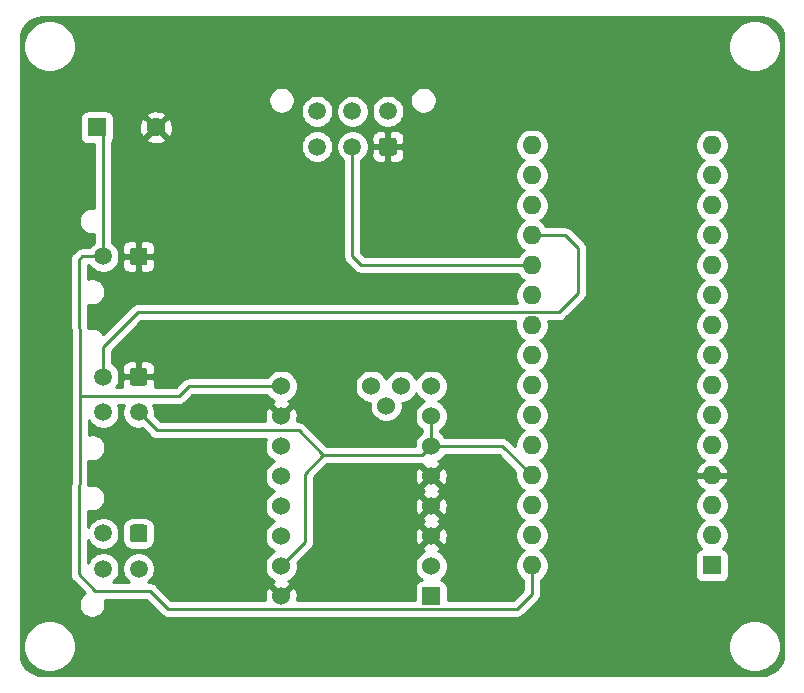
<source format=gbr>
G04 #@! TF.GenerationSoftware,KiCad,Pcbnew,(5.1.5)-3*
G04 #@! TF.CreationDate,2021-04-07T09:54:02-05:00*
G04 #@! TF.ProjectId,turner_pcb,7475726e-6572-45f7-9063-622e6b696361,rev?*
G04 #@! TF.SameCoordinates,Original*
G04 #@! TF.FileFunction,Copper,L2,Bot*
G04 #@! TF.FilePolarity,Positive*
%FSLAX46Y46*%
G04 Gerber Fmt 4.6, Leading zero omitted, Abs format (unit mm)*
G04 Created by KiCad (PCBNEW (5.1.5)-3) date 2021-04-07 09:54:02*
%MOMM*%
%LPD*%
G04 APERTURE LIST*
%ADD10C,1.524000*%
%ADD11R,1.524000X1.524000*%
%ADD12R,1.600000X1.600000*%
%ADD13O,1.600000X1.600000*%
%ADD14C,1.600000*%
%ADD15C,0.100000*%
%ADD16C,1.500000*%
%ADD17C,0.250000*%
%ADD18C,0.254000*%
G04 APERTURE END LIST*
D10*
X76657200Y-55524400D03*
X75387200Y-53873400D03*
X77927200Y-53873400D03*
D11*
X80467200Y-71653400D03*
D10*
X80467200Y-69113400D03*
X80467200Y-66573400D03*
X80467200Y-64033400D03*
X80467200Y-61493400D03*
X80467200Y-58953400D03*
X80467200Y-56413400D03*
X80467200Y-53873400D03*
X67767200Y-53873400D03*
X67767200Y-56413400D03*
X67767200Y-58953400D03*
X67767200Y-61493400D03*
X67767200Y-64033400D03*
X67767200Y-66573400D03*
X67767200Y-69113400D03*
X67767200Y-71653400D03*
D12*
X104241600Y-69062600D03*
D13*
X89001600Y-36042600D03*
X104241600Y-66522600D03*
X89001600Y-38582600D03*
X104241600Y-63982600D03*
X89001600Y-41122600D03*
X104241600Y-61442600D03*
X89001600Y-43662600D03*
X104241600Y-58902600D03*
X89001600Y-46202600D03*
X104241600Y-56362600D03*
X89001600Y-48742600D03*
X104241600Y-53822600D03*
X89001600Y-51282600D03*
X104241600Y-51282600D03*
X89001600Y-53822600D03*
X104241600Y-48742600D03*
X89001600Y-56362600D03*
X104241600Y-46202600D03*
X89001600Y-58902600D03*
X104241600Y-43662600D03*
X89001600Y-61442600D03*
X104241600Y-41122600D03*
X89001600Y-63982600D03*
X104241600Y-38582600D03*
X89001600Y-66522600D03*
X104241600Y-36042600D03*
X89001600Y-69062600D03*
X104241600Y-33502600D03*
X89001600Y-33502600D03*
D12*
X52171600Y-31978600D03*
D14*
X57171600Y-31978600D03*
G04 #@! TA.AperFunction,ComponentPad*
D15*
G36*
X77334104Y-32855404D02*
G01*
X77358373Y-32859004D01*
X77382171Y-32864965D01*
X77405271Y-32873230D01*
X77427449Y-32883720D01*
X77448493Y-32896333D01*
X77468198Y-32910947D01*
X77486377Y-32927423D01*
X77502853Y-32945602D01*
X77517467Y-32965307D01*
X77530080Y-32986351D01*
X77540570Y-33008529D01*
X77548835Y-33031629D01*
X77554796Y-33055427D01*
X77558396Y-33079696D01*
X77559600Y-33104200D01*
X77559600Y-34104200D01*
X77558396Y-34128704D01*
X77554796Y-34152973D01*
X77548835Y-34176771D01*
X77540570Y-34199871D01*
X77530080Y-34222049D01*
X77517467Y-34243093D01*
X77502853Y-34262798D01*
X77486377Y-34280977D01*
X77468198Y-34297453D01*
X77448493Y-34312067D01*
X77427449Y-34324680D01*
X77405271Y-34335170D01*
X77382171Y-34343435D01*
X77358373Y-34349396D01*
X77334104Y-34352996D01*
X77309600Y-34354200D01*
X76309600Y-34354200D01*
X76285096Y-34352996D01*
X76260827Y-34349396D01*
X76237029Y-34343435D01*
X76213929Y-34335170D01*
X76191751Y-34324680D01*
X76170707Y-34312067D01*
X76151002Y-34297453D01*
X76132823Y-34280977D01*
X76116347Y-34262798D01*
X76101733Y-34243093D01*
X76089120Y-34222049D01*
X76078630Y-34199871D01*
X76070365Y-34176771D01*
X76064404Y-34152973D01*
X76060804Y-34128704D01*
X76059600Y-34104200D01*
X76059600Y-33104200D01*
X76060804Y-33079696D01*
X76064404Y-33055427D01*
X76070365Y-33031629D01*
X76078630Y-33008529D01*
X76089120Y-32986351D01*
X76101733Y-32965307D01*
X76116347Y-32945602D01*
X76132823Y-32927423D01*
X76151002Y-32910947D01*
X76170707Y-32896333D01*
X76191751Y-32883720D01*
X76213929Y-32873230D01*
X76237029Y-32864965D01*
X76260827Y-32859004D01*
X76285096Y-32855404D01*
X76309600Y-32854200D01*
X77309600Y-32854200D01*
X77334104Y-32855404D01*
G37*
G04 #@! TD.AperFunction*
D16*
X73809600Y-33604200D03*
X70809600Y-33604200D03*
X76809600Y-30604200D03*
X73809600Y-30604200D03*
X70809600Y-30604200D03*
G04 #@! TA.AperFunction,ComponentPad*
D15*
G36*
X56226704Y-42151804D02*
G01*
X56250973Y-42155404D01*
X56274771Y-42161365D01*
X56297871Y-42169630D01*
X56320049Y-42180120D01*
X56341093Y-42192733D01*
X56360798Y-42207347D01*
X56378977Y-42223823D01*
X56395453Y-42242002D01*
X56410067Y-42261707D01*
X56422680Y-42282751D01*
X56433170Y-42304929D01*
X56441435Y-42328029D01*
X56447396Y-42351827D01*
X56450996Y-42376096D01*
X56452200Y-42400600D01*
X56452200Y-43400600D01*
X56450996Y-43425104D01*
X56447396Y-43449373D01*
X56441435Y-43473171D01*
X56433170Y-43496271D01*
X56422680Y-43518449D01*
X56410067Y-43539493D01*
X56395453Y-43559198D01*
X56378977Y-43577377D01*
X56360798Y-43593853D01*
X56341093Y-43608467D01*
X56320049Y-43621080D01*
X56297871Y-43631570D01*
X56274771Y-43639835D01*
X56250973Y-43645796D01*
X56226704Y-43649396D01*
X56202200Y-43650600D01*
X55202200Y-43650600D01*
X55177696Y-43649396D01*
X55153427Y-43645796D01*
X55129629Y-43639835D01*
X55106529Y-43631570D01*
X55084351Y-43621080D01*
X55063307Y-43608467D01*
X55043602Y-43593853D01*
X55025423Y-43577377D01*
X55008947Y-43559198D01*
X54994333Y-43539493D01*
X54981720Y-43518449D01*
X54971230Y-43496271D01*
X54962965Y-43473171D01*
X54957004Y-43449373D01*
X54953404Y-43425104D01*
X54952200Y-43400600D01*
X54952200Y-42400600D01*
X54953404Y-42376096D01*
X54957004Y-42351827D01*
X54962965Y-42328029D01*
X54971230Y-42304929D01*
X54981720Y-42282751D01*
X54994333Y-42261707D01*
X55008947Y-42242002D01*
X55025423Y-42223823D01*
X55043602Y-42207347D01*
X55063307Y-42192733D01*
X55084351Y-42180120D01*
X55106529Y-42169630D01*
X55129629Y-42161365D01*
X55153427Y-42155404D01*
X55177696Y-42151804D01*
X55202200Y-42150600D01*
X56202200Y-42150600D01*
X56226704Y-42151804D01*
G37*
G04 #@! TD.AperFunction*
D16*
X52702200Y-42900600D03*
G04 #@! TA.AperFunction,ComponentPad*
D15*
G36*
X56226704Y-52337204D02*
G01*
X56250973Y-52340804D01*
X56274771Y-52346765D01*
X56297871Y-52355030D01*
X56320049Y-52365520D01*
X56341093Y-52378133D01*
X56360798Y-52392747D01*
X56378977Y-52409223D01*
X56395453Y-52427402D01*
X56410067Y-52447107D01*
X56422680Y-52468151D01*
X56433170Y-52490329D01*
X56441435Y-52513429D01*
X56447396Y-52537227D01*
X56450996Y-52561496D01*
X56452200Y-52586000D01*
X56452200Y-53586000D01*
X56450996Y-53610504D01*
X56447396Y-53634773D01*
X56441435Y-53658571D01*
X56433170Y-53681671D01*
X56422680Y-53703849D01*
X56410067Y-53724893D01*
X56395453Y-53744598D01*
X56378977Y-53762777D01*
X56360798Y-53779253D01*
X56341093Y-53793867D01*
X56320049Y-53806480D01*
X56297871Y-53816970D01*
X56274771Y-53825235D01*
X56250973Y-53831196D01*
X56226704Y-53834796D01*
X56202200Y-53836000D01*
X55202200Y-53836000D01*
X55177696Y-53834796D01*
X55153427Y-53831196D01*
X55129629Y-53825235D01*
X55106529Y-53816970D01*
X55084351Y-53806480D01*
X55063307Y-53793867D01*
X55043602Y-53779253D01*
X55025423Y-53762777D01*
X55008947Y-53744598D01*
X54994333Y-53724893D01*
X54981720Y-53703849D01*
X54971230Y-53681671D01*
X54962965Y-53658571D01*
X54957004Y-53634773D01*
X54953404Y-53610504D01*
X54952200Y-53586000D01*
X54952200Y-52586000D01*
X54953404Y-52561496D01*
X54957004Y-52537227D01*
X54962965Y-52513429D01*
X54971230Y-52490329D01*
X54981720Y-52468151D01*
X54994333Y-52447107D01*
X55008947Y-52427402D01*
X55025423Y-52409223D01*
X55043602Y-52392747D01*
X55063307Y-52378133D01*
X55084351Y-52365520D01*
X55106529Y-52355030D01*
X55129629Y-52346765D01*
X55153427Y-52340804D01*
X55177696Y-52337204D01*
X55202200Y-52336000D01*
X56202200Y-52336000D01*
X56226704Y-52337204D01*
G37*
G04 #@! TD.AperFunction*
D16*
X55702200Y-56086000D03*
X52702200Y-53086000D03*
X52702200Y-56086000D03*
X52702200Y-69344800D03*
X52702200Y-66344800D03*
X55702200Y-69344800D03*
G04 #@! TA.AperFunction,ComponentPad*
D15*
G36*
X56226704Y-65596004D02*
G01*
X56250973Y-65599604D01*
X56274771Y-65605565D01*
X56297871Y-65613830D01*
X56320049Y-65624320D01*
X56341093Y-65636933D01*
X56360798Y-65651547D01*
X56378977Y-65668023D01*
X56395453Y-65686202D01*
X56410067Y-65705907D01*
X56422680Y-65726951D01*
X56433170Y-65749129D01*
X56441435Y-65772229D01*
X56447396Y-65796027D01*
X56450996Y-65820296D01*
X56452200Y-65844800D01*
X56452200Y-66844800D01*
X56450996Y-66869304D01*
X56447396Y-66893573D01*
X56441435Y-66917371D01*
X56433170Y-66940471D01*
X56422680Y-66962649D01*
X56410067Y-66983693D01*
X56395453Y-67003398D01*
X56378977Y-67021577D01*
X56360798Y-67038053D01*
X56341093Y-67052667D01*
X56320049Y-67065280D01*
X56297871Y-67075770D01*
X56274771Y-67084035D01*
X56250973Y-67089996D01*
X56226704Y-67093596D01*
X56202200Y-67094800D01*
X55202200Y-67094800D01*
X55177696Y-67093596D01*
X55153427Y-67089996D01*
X55129629Y-67084035D01*
X55106529Y-67075770D01*
X55084351Y-67065280D01*
X55063307Y-67052667D01*
X55043602Y-67038053D01*
X55025423Y-67021577D01*
X55008947Y-67003398D01*
X54994333Y-66983693D01*
X54981720Y-66962649D01*
X54971230Y-66940471D01*
X54962965Y-66917371D01*
X54957004Y-66893573D01*
X54953404Y-66869304D01*
X54952200Y-66844800D01*
X54952200Y-65844800D01*
X54953404Y-65820296D01*
X54957004Y-65796027D01*
X54962965Y-65772229D01*
X54971230Y-65749129D01*
X54981720Y-65726951D01*
X54994333Y-65705907D01*
X55008947Y-65686202D01*
X55025423Y-65668023D01*
X55043602Y-65651547D01*
X55063307Y-65636933D01*
X55084351Y-65624320D01*
X55106529Y-65613830D01*
X55129629Y-65605565D01*
X55153427Y-65599604D01*
X55177696Y-65596004D01*
X55202200Y-65594800D01*
X56202200Y-65594800D01*
X56226704Y-65596004D01*
G37*
G04 #@! TD.AperFunction*
D17*
X86512400Y-58953400D02*
X80467200Y-58953400D01*
X89001600Y-61442600D02*
X86512400Y-58953400D01*
X80467200Y-56413400D02*
X80467200Y-58953400D01*
X79705201Y-59715399D02*
X71348601Y-59715399D01*
X80467200Y-58953400D02*
X79705201Y-59715399D01*
X71348601Y-59715399D02*
X69773800Y-61290200D01*
X69773800Y-67106800D02*
X67767200Y-69113400D01*
X69773800Y-61290200D02*
X69773800Y-67106800D01*
X55702200Y-56086000D02*
X57248800Y-57632600D01*
X69265802Y-57632600D02*
X71348601Y-59715399D01*
X57248800Y-57632600D02*
X69265802Y-57632600D01*
X52702200Y-32509200D02*
X52171600Y-31978600D01*
X52702200Y-42900600D02*
X52702200Y-32509200D01*
X89001600Y-71475600D02*
X89001600Y-69062600D01*
X87736799Y-72740401D02*
X89001600Y-71475600D01*
X58160801Y-72740401D02*
X87736799Y-72740401D01*
X50927000Y-42900600D02*
X50647600Y-43180000D01*
X52702200Y-42900600D02*
X50927000Y-42900600D01*
X56642000Y-71221600D02*
X58160801Y-72740401D01*
X52044600Y-71221600D02*
X56642000Y-71221600D01*
X50647600Y-69824600D02*
X52044600Y-71221600D01*
X66689570Y-53873400D02*
X66664170Y-53898800D01*
X67767200Y-53873400D02*
X66689570Y-53873400D01*
X66664170Y-53898800D02*
X59944000Y-53898800D01*
X59944000Y-53898800D02*
X59156600Y-54686200D01*
X50647600Y-43180000D02*
X50723800Y-54686200D01*
X59156600Y-54686200D02*
X50723800Y-54686200D01*
X50723800Y-54686200D02*
X50647600Y-69824600D01*
X89001600Y-41122600D02*
X91821000Y-41122600D01*
X91821000Y-41122600D02*
X92887800Y-42189400D01*
X92887800Y-42189400D02*
X92887800Y-45999400D01*
X91269601Y-47617599D02*
X55633401Y-47617599D01*
X92887800Y-45999400D02*
X91269601Y-47617599D01*
X52702200Y-50548800D02*
X52702200Y-53086000D01*
X55633401Y-47617599D02*
X52702200Y-50548800D01*
X87870230Y-43662600D02*
X87844830Y-43637200D01*
X89001600Y-43662600D02*
X87870230Y-43662600D01*
X87844830Y-43637200D02*
X74549000Y-43637200D01*
X73809600Y-42897800D02*
X73809600Y-33604200D01*
X74549000Y-43637200D02*
X73809600Y-42897800D01*
D18*
G36*
X108833305Y-22693033D02*
G01*
X109169887Y-22794653D01*
X109480319Y-22959712D01*
X109752777Y-23181923D01*
X109976888Y-23452827D01*
X110144110Y-23762096D01*
X110248078Y-24097960D01*
X110288399Y-24481591D01*
X110288398Y-76494262D01*
X110250566Y-76880107D01*
X110148946Y-77216687D01*
X109983884Y-77527121D01*
X109761672Y-77799580D01*
X109490771Y-78023688D01*
X109181498Y-78190912D01*
X108845637Y-78294878D01*
X108462017Y-78335198D01*
X47559356Y-78335200D01*
X47173491Y-78297366D01*
X46836911Y-78195746D01*
X46526477Y-78030684D01*
X46254018Y-77808472D01*
X46029910Y-77537571D01*
X45862686Y-77228298D01*
X45758720Y-76892437D01*
X45718400Y-76508817D01*
X45718400Y-75678041D01*
X45953567Y-75678041D01*
X45953567Y-76112355D01*
X46038298Y-76538324D01*
X46204502Y-76939577D01*
X46445794Y-77300696D01*
X46752901Y-77607803D01*
X47114020Y-77849095D01*
X47515273Y-78015299D01*
X47941242Y-78100030D01*
X48375556Y-78100030D01*
X48801525Y-78015299D01*
X49202778Y-77849095D01*
X49563897Y-77607803D01*
X49871004Y-77300696D01*
X50112296Y-76939577D01*
X50278500Y-76538324D01*
X50363231Y-76112355D01*
X50363231Y-75678041D01*
X105643567Y-75678041D01*
X105643567Y-76112355D01*
X105728298Y-76538324D01*
X105894502Y-76939577D01*
X106135794Y-77300696D01*
X106442901Y-77607803D01*
X106804020Y-77849095D01*
X107205273Y-78015299D01*
X107631242Y-78100030D01*
X108065556Y-78100030D01*
X108491525Y-78015299D01*
X108892778Y-77849095D01*
X109253897Y-77607803D01*
X109561004Y-77300696D01*
X109802296Y-76939577D01*
X109968500Y-76538324D01*
X110053231Y-76112355D01*
X110053231Y-75678041D01*
X109968500Y-75252072D01*
X109802296Y-74850819D01*
X109561004Y-74489700D01*
X109253897Y-74182593D01*
X108892778Y-73941301D01*
X108491525Y-73775097D01*
X108065556Y-73690366D01*
X107631242Y-73690366D01*
X107205273Y-73775097D01*
X106804020Y-73941301D01*
X106442901Y-74182593D01*
X106135794Y-74489700D01*
X105894502Y-74850819D01*
X105728298Y-75252072D01*
X105643567Y-75678041D01*
X50363231Y-75678041D01*
X50278500Y-75252072D01*
X50112296Y-74850819D01*
X49871004Y-74489700D01*
X49563897Y-74182593D01*
X49202778Y-73941301D01*
X48801525Y-73775097D01*
X48375556Y-73690366D01*
X47941242Y-73690366D01*
X47515273Y-73775097D01*
X47114020Y-73941301D01*
X46752901Y-74182593D01*
X46445794Y-74489700D01*
X46204502Y-74850819D01*
X46038298Y-75252072D01*
X45953567Y-75678041D01*
X45718400Y-75678041D01*
X45718400Y-43180000D01*
X49883924Y-43180000D01*
X49887848Y-43219838D01*
X49963553Y-54651377D01*
X49960123Y-54686200D01*
X49963612Y-54721629D01*
X49887788Y-69785367D01*
X49883924Y-69824600D01*
X49891060Y-69897049D01*
X49897857Y-69969814D01*
X49898409Y-69971668D01*
X49898598Y-69973585D01*
X49919747Y-70043306D01*
X49940592Y-70113291D01*
X49941493Y-70114998D01*
X49942054Y-70116846D01*
X49976476Y-70181244D01*
X50010499Y-70245674D01*
X50011714Y-70247170D01*
X50012626Y-70248876D01*
X50058906Y-70305267D01*
X50104888Y-70361876D01*
X50135244Y-70387045D01*
X51142210Y-71394011D01*
X51038680Y-71463188D01*
X50880588Y-71621280D01*
X50756376Y-71807176D01*
X50670817Y-72013733D01*
X50627200Y-72233012D01*
X50627200Y-72456588D01*
X50670817Y-72675867D01*
X50756376Y-72882424D01*
X50880588Y-73068320D01*
X51038680Y-73226412D01*
X51224576Y-73350624D01*
X51431133Y-73436183D01*
X51650412Y-73479800D01*
X51873988Y-73479800D01*
X52093267Y-73436183D01*
X52299824Y-73350624D01*
X52485720Y-73226412D01*
X52643812Y-73068320D01*
X52768024Y-72882424D01*
X52853583Y-72675867D01*
X52897200Y-72456588D01*
X52897200Y-72233012D01*
X52853583Y-72013733D01*
X52840273Y-71981600D01*
X56327199Y-71981600D01*
X57597002Y-73251404D01*
X57620800Y-73280402D01*
X57649798Y-73304200D01*
X57736524Y-73375375D01*
X57850287Y-73436183D01*
X57868554Y-73445947D01*
X58011815Y-73489404D01*
X58123468Y-73500401D01*
X58123478Y-73500401D01*
X58160801Y-73504077D01*
X58198124Y-73500401D01*
X87699477Y-73500401D01*
X87736799Y-73504077D01*
X87774121Y-73500401D01*
X87774132Y-73500401D01*
X87885785Y-73489404D01*
X88029046Y-73445947D01*
X88161075Y-73375375D01*
X88276800Y-73280402D01*
X88300603Y-73251398D01*
X89512604Y-72039398D01*
X89541601Y-72015601D01*
X89636574Y-71899876D01*
X89707146Y-71767847D01*
X89750603Y-71624586D01*
X89761600Y-71512933D01*
X89761600Y-71512925D01*
X89765276Y-71475600D01*
X89761600Y-71438275D01*
X89761600Y-70280643D01*
X89916359Y-70177237D01*
X90116237Y-69977359D01*
X90273280Y-69742327D01*
X90381453Y-69481174D01*
X90436600Y-69203935D01*
X90436600Y-68921265D01*
X90381453Y-68644026D01*
X90273280Y-68382873D01*
X90192917Y-68262600D01*
X102803528Y-68262600D01*
X102803528Y-69862600D01*
X102815788Y-69987082D01*
X102852098Y-70106780D01*
X102911063Y-70217094D01*
X102990415Y-70313785D01*
X103087106Y-70393137D01*
X103197420Y-70452102D01*
X103317118Y-70488412D01*
X103441600Y-70500672D01*
X105041600Y-70500672D01*
X105166082Y-70488412D01*
X105285780Y-70452102D01*
X105396094Y-70393137D01*
X105492785Y-70313785D01*
X105572137Y-70217094D01*
X105631102Y-70106780D01*
X105667412Y-69987082D01*
X105679672Y-69862600D01*
X105679672Y-68262600D01*
X105667412Y-68138118D01*
X105631102Y-68018420D01*
X105572137Y-67908106D01*
X105492785Y-67811415D01*
X105396094Y-67732063D01*
X105285780Y-67673098D01*
X105166082Y-67636788D01*
X105157639Y-67635957D01*
X105356237Y-67437359D01*
X105513280Y-67202327D01*
X105621453Y-66941174D01*
X105676600Y-66663935D01*
X105676600Y-66381265D01*
X105621453Y-66104026D01*
X105513280Y-65842873D01*
X105356237Y-65607841D01*
X105156359Y-65407963D01*
X104923841Y-65252600D01*
X105156359Y-65097237D01*
X105356237Y-64897359D01*
X105513280Y-64662327D01*
X105621453Y-64401174D01*
X105676600Y-64123935D01*
X105676600Y-63841265D01*
X105621453Y-63564026D01*
X105513280Y-63302873D01*
X105356237Y-63067841D01*
X105156359Y-62867963D01*
X104921327Y-62710920D01*
X104910735Y-62706533D01*
X105096731Y-62594985D01*
X105305119Y-62406014D01*
X105472637Y-62180020D01*
X105592846Y-61925687D01*
X105633504Y-61791639D01*
X105511515Y-61569600D01*
X104368600Y-61569600D01*
X104368600Y-61589600D01*
X104114600Y-61589600D01*
X104114600Y-61569600D01*
X102971685Y-61569600D01*
X102849696Y-61791639D01*
X102890354Y-61925687D01*
X103010563Y-62180020D01*
X103178081Y-62406014D01*
X103386469Y-62594985D01*
X103572465Y-62706533D01*
X103561873Y-62710920D01*
X103326841Y-62867963D01*
X103126963Y-63067841D01*
X102969920Y-63302873D01*
X102861747Y-63564026D01*
X102806600Y-63841265D01*
X102806600Y-64123935D01*
X102861747Y-64401174D01*
X102969920Y-64662327D01*
X103126963Y-64897359D01*
X103326841Y-65097237D01*
X103559359Y-65252600D01*
X103326841Y-65407963D01*
X103126963Y-65607841D01*
X102969920Y-65842873D01*
X102861747Y-66104026D01*
X102806600Y-66381265D01*
X102806600Y-66663935D01*
X102861747Y-66941174D01*
X102969920Y-67202327D01*
X103126963Y-67437359D01*
X103325561Y-67635957D01*
X103317118Y-67636788D01*
X103197420Y-67673098D01*
X103087106Y-67732063D01*
X102990415Y-67811415D01*
X102911063Y-67908106D01*
X102852098Y-68018420D01*
X102815788Y-68138118D01*
X102803528Y-68262600D01*
X90192917Y-68262600D01*
X90116237Y-68147841D01*
X89916359Y-67947963D01*
X89683841Y-67792600D01*
X89916359Y-67637237D01*
X90116237Y-67437359D01*
X90273280Y-67202327D01*
X90381453Y-66941174D01*
X90436600Y-66663935D01*
X90436600Y-66381265D01*
X90381453Y-66104026D01*
X90273280Y-65842873D01*
X90116237Y-65607841D01*
X89916359Y-65407963D01*
X89683841Y-65252600D01*
X89916359Y-65097237D01*
X90116237Y-64897359D01*
X90273280Y-64662327D01*
X90381453Y-64401174D01*
X90436600Y-64123935D01*
X90436600Y-63841265D01*
X90381453Y-63564026D01*
X90273280Y-63302873D01*
X90116237Y-63067841D01*
X89916359Y-62867963D01*
X89683841Y-62712600D01*
X89916359Y-62557237D01*
X90116237Y-62357359D01*
X90273280Y-62122327D01*
X90381453Y-61861174D01*
X90436600Y-61583935D01*
X90436600Y-61301265D01*
X90381453Y-61024026D01*
X90273280Y-60762873D01*
X90116237Y-60527841D01*
X89916359Y-60327963D01*
X89683841Y-60172600D01*
X89916359Y-60017237D01*
X90116237Y-59817359D01*
X90273280Y-59582327D01*
X90381453Y-59321174D01*
X90436600Y-59043935D01*
X90436600Y-58761265D01*
X90381453Y-58484026D01*
X90273280Y-58222873D01*
X90116237Y-57987841D01*
X89916359Y-57787963D01*
X89683841Y-57632600D01*
X89916359Y-57477237D01*
X90116237Y-57277359D01*
X90273280Y-57042327D01*
X90381453Y-56781174D01*
X90436600Y-56503935D01*
X90436600Y-56221265D01*
X90381453Y-55944026D01*
X90273280Y-55682873D01*
X90116237Y-55447841D01*
X89916359Y-55247963D01*
X89683841Y-55092600D01*
X89916359Y-54937237D01*
X90116237Y-54737359D01*
X90273280Y-54502327D01*
X90381453Y-54241174D01*
X90436600Y-53963935D01*
X90436600Y-53681265D01*
X90381453Y-53404026D01*
X90273280Y-53142873D01*
X90116237Y-52907841D01*
X89916359Y-52707963D01*
X89683841Y-52552600D01*
X89916359Y-52397237D01*
X90116237Y-52197359D01*
X90273280Y-51962327D01*
X90381453Y-51701174D01*
X90436600Y-51423935D01*
X90436600Y-51141265D01*
X90381453Y-50864026D01*
X90273280Y-50602873D01*
X90116237Y-50367841D01*
X89916359Y-50167963D01*
X89683841Y-50012600D01*
X89916359Y-49857237D01*
X90116237Y-49657359D01*
X90273280Y-49422327D01*
X90381453Y-49161174D01*
X90436600Y-48883935D01*
X90436600Y-48601265D01*
X90392109Y-48377599D01*
X91232279Y-48377599D01*
X91269601Y-48381275D01*
X91306923Y-48377599D01*
X91306934Y-48377599D01*
X91418587Y-48366602D01*
X91561848Y-48323145D01*
X91693877Y-48252573D01*
X91809602Y-48157600D01*
X91833405Y-48128596D01*
X93398803Y-46563199D01*
X93427801Y-46539401D01*
X93510835Y-46438224D01*
X93522774Y-46423677D01*
X93593346Y-46291647D01*
X93611540Y-46231667D01*
X93636803Y-46148386D01*
X93647800Y-46036733D01*
X93647800Y-46036723D01*
X93651476Y-45999400D01*
X93647800Y-45962077D01*
X93647800Y-42226722D01*
X93651476Y-42189399D01*
X93647800Y-42152076D01*
X93647800Y-42152067D01*
X93636803Y-42040414D01*
X93593346Y-41897153D01*
X93579689Y-41871603D01*
X93522774Y-41765123D01*
X93451599Y-41678397D01*
X93427801Y-41649399D01*
X93398804Y-41625602D01*
X92384804Y-40611602D01*
X92361001Y-40582599D01*
X92245276Y-40487626D01*
X92113247Y-40417054D01*
X91969986Y-40373597D01*
X91858333Y-40362600D01*
X91858322Y-40362600D01*
X91821000Y-40358924D01*
X91783678Y-40362600D01*
X90219643Y-40362600D01*
X90116237Y-40207841D01*
X89916359Y-40007963D01*
X89683841Y-39852600D01*
X89916359Y-39697237D01*
X90116237Y-39497359D01*
X90273280Y-39262327D01*
X90381453Y-39001174D01*
X90436600Y-38723935D01*
X90436600Y-38441265D01*
X90381453Y-38164026D01*
X90273280Y-37902873D01*
X90116237Y-37667841D01*
X89916359Y-37467963D01*
X89683841Y-37312600D01*
X89916359Y-37157237D01*
X90116237Y-36957359D01*
X90273280Y-36722327D01*
X90381453Y-36461174D01*
X90436600Y-36183935D01*
X90436600Y-35901265D01*
X90381453Y-35624026D01*
X90273280Y-35362873D01*
X90116237Y-35127841D01*
X89916359Y-34927963D01*
X89683841Y-34772600D01*
X89916359Y-34617237D01*
X90116237Y-34417359D01*
X90273280Y-34182327D01*
X90381453Y-33921174D01*
X90436600Y-33643935D01*
X90436600Y-33361265D01*
X102806600Y-33361265D01*
X102806600Y-33643935D01*
X102861747Y-33921174D01*
X102969920Y-34182327D01*
X103126963Y-34417359D01*
X103326841Y-34617237D01*
X103559359Y-34772600D01*
X103326841Y-34927963D01*
X103126963Y-35127841D01*
X102969920Y-35362873D01*
X102861747Y-35624026D01*
X102806600Y-35901265D01*
X102806600Y-36183935D01*
X102861747Y-36461174D01*
X102969920Y-36722327D01*
X103126963Y-36957359D01*
X103326841Y-37157237D01*
X103559359Y-37312600D01*
X103326841Y-37467963D01*
X103126963Y-37667841D01*
X102969920Y-37902873D01*
X102861747Y-38164026D01*
X102806600Y-38441265D01*
X102806600Y-38723935D01*
X102861747Y-39001174D01*
X102969920Y-39262327D01*
X103126963Y-39497359D01*
X103326841Y-39697237D01*
X103559359Y-39852600D01*
X103326841Y-40007963D01*
X103126963Y-40207841D01*
X102969920Y-40442873D01*
X102861747Y-40704026D01*
X102806600Y-40981265D01*
X102806600Y-41263935D01*
X102861747Y-41541174D01*
X102969920Y-41802327D01*
X103126963Y-42037359D01*
X103326841Y-42237237D01*
X103559359Y-42392600D01*
X103326841Y-42547963D01*
X103126963Y-42747841D01*
X102969920Y-42982873D01*
X102861747Y-43244026D01*
X102806600Y-43521265D01*
X102806600Y-43803935D01*
X102861747Y-44081174D01*
X102969920Y-44342327D01*
X103126963Y-44577359D01*
X103326841Y-44777237D01*
X103559359Y-44932600D01*
X103326841Y-45087963D01*
X103126963Y-45287841D01*
X102969920Y-45522873D01*
X102861747Y-45784026D01*
X102806600Y-46061265D01*
X102806600Y-46343935D01*
X102861747Y-46621174D01*
X102969920Y-46882327D01*
X103126963Y-47117359D01*
X103326841Y-47317237D01*
X103559359Y-47472600D01*
X103326841Y-47627963D01*
X103126963Y-47827841D01*
X102969920Y-48062873D01*
X102861747Y-48324026D01*
X102806600Y-48601265D01*
X102806600Y-48883935D01*
X102861747Y-49161174D01*
X102969920Y-49422327D01*
X103126963Y-49657359D01*
X103326841Y-49857237D01*
X103559359Y-50012600D01*
X103326841Y-50167963D01*
X103126963Y-50367841D01*
X102969920Y-50602873D01*
X102861747Y-50864026D01*
X102806600Y-51141265D01*
X102806600Y-51423935D01*
X102861747Y-51701174D01*
X102969920Y-51962327D01*
X103126963Y-52197359D01*
X103326841Y-52397237D01*
X103559359Y-52552600D01*
X103326841Y-52707963D01*
X103126963Y-52907841D01*
X102969920Y-53142873D01*
X102861747Y-53404026D01*
X102806600Y-53681265D01*
X102806600Y-53963935D01*
X102861747Y-54241174D01*
X102969920Y-54502327D01*
X103126963Y-54737359D01*
X103326841Y-54937237D01*
X103559359Y-55092600D01*
X103326841Y-55247963D01*
X103126963Y-55447841D01*
X102969920Y-55682873D01*
X102861747Y-55944026D01*
X102806600Y-56221265D01*
X102806600Y-56503935D01*
X102861747Y-56781174D01*
X102969920Y-57042327D01*
X103126963Y-57277359D01*
X103326841Y-57477237D01*
X103559359Y-57632600D01*
X103326841Y-57787963D01*
X103126963Y-57987841D01*
X102969920Y-58222873D01*
X102861747Y-58484026D01*
X102806600Y-58761265D01*
X102806600Y-59043935D01*
X102861747Y-59321174D01*
X102969920Y-59582327D01*
X103126963Y-59817359D01*
X103326841Y-60017237D01*
X103561873Y-60174280D01*
X103572465Y-60178667D01*
X103386469Y-60290215D01*
X103178081Y-60479186D01*
X103010563Y-60705180D01*
X102890354Y-60959513D01*
X102849696Y-61093561D01*
X102971685Y-61315600D01*
X104114600Y-61315600D01*
X104114600Y-61295600D01*
X104368600Y-61295600D01*
X104368600Y-61315600D01*
X105511515Y-61315600D01*
X105633504Y-61093561D01*
X105592846Y-60959513D01*
X105472637Y-60705180D01*
X105305119Y-60479186D01*
X105096731Y-60290215D01*
X104910735Y-60178667D01*
X104921327Y-60174280D01*
X105156359Y-60017237D01*
X105356237Y-59817359D01*
X105513280Y-59582327D01*
X105621453Y-59321174D01*
X105676600Y-59043935D01*
X105676600Y-58761265D01*
X105621453Y-58484026D01*
X105513280Y-58222873D01*
X105356237Y-57987841D01*
X105156359Y-57787963D01*
X104923841Y-57632600D01*
X105156359Y-57477237D01*
X105356237Y-57277359D01*
X105513280Y-57042327D01*
X105621453Y-56781174D01*
X105676600Y-56503935D01*
X105676600Y-56221265D01*
X105621453Y-55944026D01*
X105513280Y-55682873D01*
X105356237Y-55447841D01*
X105156359Y-55247963D01*
X104923841Y-55092600D01*
X105156359Y-54937237D01*
X105356237Y-54737359D01*
X105513280Y-54502327D01*
X105621453Y-54241174D01*
X105676600Y-53963935D01*
X105676600Y-53681265D01*
X105621453Y-53404026D01*
X105513280Y-53142873D01*
X105356237Y-52907841D01*
X105156359Y-52707963D01*
X104923841Y-52552600D01*
X105156359Y-52397237D01*
X105356237Y-52197359D01*
X105513280Y-51962327D01*
X105621453Y-51701174D01*
X105676600Y-51423935D01*
X105676600Y-51141265D01*
X105621453Y-50864026D01*
X105513280Y-50602873D01*
X105356237Y-50367841D01*
X105156359Y-50167963D01*
X104923841Y-50012600D01*
X105156359Y-49857237D01*
X105356237Y-49657359D01*
X105513280Y-49422327D01*
X105621453Y-49161174D01*
X105676600Y-48883935D01*
X105676600Y-48601265D01*
X105621453Y-48324026D01*
X105513280Y-48062873D01*
X105356237Y-47827841D01*
X105156359Y-47627963D01*
X104923841Y-47472600D01*
X105156359Y-47317237D01*
X105356237Y-47117359D01*
X105513280Y-46882327D01*
X105621453Y-46621174D01*
X105676600Y-46343935D01*
X105676600Y-46061265D01*
X105621453Y-45784026D01*
X105513280Y-45522873D01*
X105356237Y-45287841D01*
X105156359Y-45087963D01*
X104923841Y-44932600D01*
X105156359Y-44777237D01*
X105356237Y-44577359D01*
X105513280Y-44342327D01*
X105621453Y-44081174D01*
X105676600Y-43803935D01*
X105676600Y-43521265D01*
X105621453Y-43244026D01*
X105513280Y-42982873D01*
X105356237Y-42747841D01*
X105156359Y-42547963D01*
X104923841Y-42392600D01*
X105156359Y-42237237D01*
X105356237Y-42037359D01*
X105513280Y-41802327D01*
X105621453Y-41541174D01*
X105676600Y-41263935D01*
X105676600Y-40981265D01*
X105621453Y-40704026D01*
X105513280Y-40442873D01*
X105356237Y-40207841D01*
X105156359Y-40007963D01*
X104923841Y-39852600D01*
X105156359Y-39697237D01*
X105356237Y-39497359D01*
X105513280Y-39262327D01*
X105621453Y-39001174D01*
X105676600Y-38723935D01*
X105676600Y-38441265D01*
X105621453Y-38164026D01*
X105513280Y-37902873D01*
X105356237Y-37667841D01*
X105156359Y-37467963D01*
X104923841Y-37312600D01*
X105156359Y-37157237D01*
X105356237Y-36957359D01*
X105513280Y-36722327D01*
X105621453Y-36461174D01*
X105676600Y-36183935D01*
X105676600Y-35901265D01*
X105621453Y-35624026D01*
X105513280Y-35362873D01*
X105356237Y-35127841D01*
X105156359Y-34927963D01*
X104923841Y-34772600D01*
X105156359Y-34617237D01*
X105356237Y-34417359D01*
X105513280Y-34182327D01*
X105621453Y-33921174D01*
X105676600Y-33643935D01*
X105676600Y-33361265D01*
X105621453Y-33084026D01*
X105513280Y-32822873D01*
X105356237Y-32587841D01*
X105156359Y-32387963D01*
X104921327Y-32230920D01*
X104660174Y-32122747D01*
X104382935Y-32067600D01*
X104100265Y-32067600D01*
X103823026Y-32122747D01*
X103561873Y-32230920D01*
X103326841Y-32387963D01*
X103126963Y-32587841D01*
X102969920Y-32822873D01*
X102861747Y-33084026D01*
X102806600Y-33361265D01*
X90436600Y-33361265D01*
X90381453Y-33084026D01*
X90273280Y-32822873D01*
X90116237Y-32587841D01*
X89916359Y-32387963D01*
X89681327Y-32230920D01*
X89420174Y-32122747D01*
X89142935Y-32067600D01*
X88860265Y-32067600D01*
X88583026Y-32122747D01*
X88321873Y-32230920D01*
X88086841Y-32387963D01*
X87886963Y-32587841D01*
X87729920Y-32822873D01*
X87621747Y-33084026D01*
X87566600Y-33361265D01*
X87566600Y-33643935D01*
X87621747Y-33921174D01*
X87729920Y-34182327D01*
X87886963Y-34417359D01*
X88086841Y-34617237D01*
X88319359Y-34772600D01*
X88086841Y-34927963D01*
X87886963Y-35127841D01*
X87729920Y-35362873D01*
X87621747Y-35624026D01*
X87566600Y-35901265D01*
X87566600Y-36183935D01*
X87621747Y-36461174D01*
X87729920Y-36722327D01*
X87886963Y-36957359D01*
X88086841Y-37157237D01*
X88319359Y-37312600D01*
X88086841Y-37467963D01*
X87886963Y-37667841D01*
X87729920Y-37902873D01*
X87621747Y-38164026D01*
X87566600Y-38441265D01*
X87566600Y-38723935D01*
X87621747Y-39001174D01*
X87729920Y-39262327D01*
X87886963Y-39497359D01*
X88086841Y-39697237D01*
X88319359Y-39852600D01*
X88086841Y-40007963D01*
X87886963Y-40207841D01*
X87729920Y-40442873D01*
X87621747Y-40704026D01*
X87566600Y-40981265D01*
X87566600Y-41263935D01*
X87621747Y-41541174D01*
X87729920Y-41802327D01*
X87886963Y-42037359D01*
X88086841Y-42237237D01*
X88319359Y-42392600D01*
X88086841Y-42547963D01*
X87886963Y-42747841D01*
X87800528Y-42877200D01*
X74863802Y-42877200D01*
X74569600Y-42582999D01*
X74569600Y-34762109D01*
X74692486Y-34679999D01*
X74885399Y-34487086D01*
X74974190Y-34354200D01*
X75421528Y-34354200D01*
X75433788Y-34478682D01*
X75470098Y-34598380D01*
X75529063Y-34708694D01*
X75608415Y-34805385D01*
X75705106Y-34884737D01*
X75815420Y-34943702D01*
X75935118Y-34980012D01*
X76059600Y-34992272D01*
X76523850Y-34989200D01*
X76682600Y-34830450D01*
X76682600Y-33731200D01*
X76936600Y-33731200D01*
X76936600Y-34830450D01*
X77095350Y-34989200D01*
X77559600Y-34992272D01*
X77684082Y-34980012D01*
X77803780Y-34943702D01*
X77914094Y-34884737D01*
X78010785Y-34805385D01*
X78090137Y-34708694D01*
X78149102Y-34598380D01*
X78185412Y-34478682D01*
X78197672Y-34354200D01*
X78194600Y-33889950D01*
X78035850Y-33731200D01*
X76936600Y-33731200D01*
X76682600Y-33731200D01*
X75583350Y-33731200D01*
X75424600Y-33889950D01*
X75421528Y-34354200D01*
X74974190Y-34354200D01*
X75036971Y-34260243D01*
X75141375Y-34008189D01*
X75194600Y-33740611D01*
X75194600Y-33467789D01*
X75141375Y-33200211D01*
X75036971Y-32948157D01*
X74974191Y-32854200D01*
X75421528Y-32854200D01*
X75424600Y-33318450D01*
X75583350Y-33477200D01*
X76682600Y-33477200D01*
X76682600Y-32377950D01*
X76936600Y-32377950D01*
X76936600Y-33477200D01*
X78035850Y-33477200D01*
X78194600Y-33318450D01*
X78197672Y-32854200D01*
X78185412Y-32729718D01*
X78149102Y-32610020D01*
X78090137Y-32499706D01*
X78010785Y-32403015D01*
X77914094Y-32323663D01*
X77803780Y-32264698D01*
X77684082Y-32228388D01*
X77559600Y-32216128D01*
X77095350Y-32219200D01*
X76936600Y-32377950D01*
X76682600Y-32377950D01*
X76523850Y-32219200D01*
X76059600Y-32216128D01*
X75935118Y-32228388D01*
X75815420Y-32264698D01*
X75705106Y-32323663D01*
X75608415Y-32403015D01*
X75529063Y-32499706D01*
X75470098Y-32610020D01*
X75433788Y-32729718D01*
X75421528Y-32854200D01*
X74974191Y-32854200D01*
X74885399Y-32721314D01*
X74692486Y-32528401D01*
X74465643Y-32376829D01*
X74213589Y-32272425D01*
X73946011Y-32219200D01*
X73673189Y-32219200D01*
X73405611Y-32272425D01*
X73153557Y-32376829D01*
X72926714Y-32528401D01*
X72733801Y-32721314D01*
X72582229Y-32948157D01*
X72477825Y-33200211D01*
X72424600Y-33467789D01*
X72424600Y-33740611D01*
X72477825Y-34008189D01*
X72582229Y-34260243D01*
X72733801Y-34487086D01*
X72926714Y-34679999D01*
X73049601Y-34762110D01*
X73049600Y-42860478D01*
X73045924Y-42897800D01*
X73049600Y-42935122D01*
X73049600Y-42935132D01*
X73060597Y-43046785D01*
X73075890Y-43097199D01*
X73104054Y-43190046D01*
X73174626Y-43322076D01*
X73193401Y-43344953D01*
X73269599Y-43437801D01*
X73298602Y-43461603D01*
X73985201Y-44148202D01*
X74008999Y-44177201D01*
X74037997Y-44200999D01*
X74124724Y-44272174D01*
X74256753Y-44342746D01*
X74400014Y-44386203D01*
X74549000Y-44400877D01*
X74586333Y-44397200D01*
X87673763Y-44397200D01*
X87721244Y-44411603D01*
X87780081Y-44417398D01*
X87886963Y-44577359D01*
X88086841Y-44777237D01*
X88319359Y-44932600D01*
X88086841Y-45087963D01*
X87886963Y-45287841D01*
X87729920Y-45522873D01*
X87621747Y-45784026D01*
X87566600Y-46061265D01*
X87566600Y-46343935D01*
X87621747Y-46621174D01*
X87719677Y-46857599D01*
X55670723Y-46857599D01*
X55633400Y-46853923D01*
X55596077Y-46857599D01*
X55596068Y-46857599D01*
X55484415Y-46868596D01*
X55341154Y-46912053D01*
X55209125Y-46982625D01*
X55093400Y-47077598D01*
X55069602Y-47106596D01*
X52711867Y-49464332D01*
X52643812Y-49362480D01*
X52485720Y-49204388D01*
X52299824Y-49080176D01*
X52093267Y-48994617D01*
X51873988Y-48951000D01*
X51650412Y-48951000D01*
X51446104Y-48991639D01*
X51432864Y-46992327D01*
X51650412Y-47035600D01*
X51873988Y-47035600D01*
X52093267Y-46991983D01*
X52299824Y-46906424D01*
X52485720Y-46782212D01*
X52643812Y-46624120D01*
X52768024Y-46438224D01*
X52853583Y-46231667D01*
X52897200Y-46012388D01*
X52897200Y-45788812D01*
X52853583Y-45569533D01*
X52768024Y-45362976D01*
X52643812Y-45177080D01*
X52485720Y-45018988D01*
X52299824Y-44894776D01*
X52093267Y-44809217D01*
X51873988Y-44765600D01*
X51650412Y-44765600D01*
X51431133Y-44809217D01*
X51418441Y-44814474D01*
X51410799Y-43660600D01*
X51544291Y-43660600D01*
X51626401Y-43783486D01*
X51819314Y-43976399D01*
X52046157Y-44127971D01*
X52298211Y-44232375D01*
X52565789Y-44285600D01*
X52838611Y-44285600D01*
X53106189Y-44232375D01*
X53358243Y-44127971D01*
X53585086Y-43976399D01*
X53777999Y-43783486D01*
X53866790Y-43650600D01*
X54314128Y-43650600D01*
X54326388Y-43775082D01*
X54362698Y-43894780D01*
X54421663Y-44005094D01*
X54501015Y-44101785D01*
X54597706Y-44181137D01*
X54708020Y-44240102D01*
X54827718Y-44276412D01*
X54952200Y-44288672D01*
X55416450Y-44285600D01*
X55575200Y-44126850D01*
X55575200Y-43027600D01*
X55829200Y-43027600D01*
X55829200Y-44126850D01*
X55987950Y-44285600D01*
X56452200Y-44288672D01*
X56576682Y-44276412D01*
X56696380Y-44240102D01*
X56806694Y-44181137D01*
X56903385Y-44101785D01*
X56982737Y-44005094D01*
X57041702Y-43894780D01*
X57078012Y-43775082D01*
X57090272Y-43650600D01*
X57087200Y-43186350D01*
X56928450Y-43027600D01*
X55829200Y-43027600D01*
X55575200Y-43027600D01*
X54475950Y-43027600D01*
X54317200Y-43186350D01*
X54314128Y-43650600D01*
X53866790Y-43650600D01*
X53929571Y-43556643D01*
X54033975Y-43304589D01*
X54087200Y-43037011D01*
X54087200Y-42764189D01*
X54033975Y-42496611D01*
X53929571Y-42244557D01*
X53866791Y-42150600D01*
X54314128Y-42150600D01*
X54317200Y-42614850D01*
X54475950Y-42773600D01*
X55575200Y-42773600D01*
X55575200Y-41674350D01*
X55829200Y-41674350D01*
X55829200Y-42773600D01*
X56928450Y-42773600D01*
X57087200Y-42614850D01*
X57090272Y-42150600D01*
X57078012Y-42026118D01*
X57041702Y-41906420D01*
X56982737Y-41796106D01*
X56903385Y-41699415D01*
X56806694Y-41620063D01*
X56696380Y-41561098D01*
X56576682Y-41524788D01*
X56452200Y-41512528D01*
X55987950Y-41515600D01*
X55829200Y-41674350D01*
X55575200Y-41674350D01*
X55416450Y-41515600D01*
X54952200Y-41512528D01*
X54827718Y-41524788D01*
X54708020Y-41561098D01*
X54597706Y-41620063D01*
X54501015Y-41699415D01*
X54421663Y-41796106D01*
X54362698Y-41906420D01*
X54326388Y-42026118D01*
X54314128Y-42150600D01*
X53866791Y-42150600D01*
X53777999Y-42017714D01*
X53585086Y-41824801D01*
X53462200Y-41742691D01*
X53462200Y-33467789D01*
X69424600Y-33467789D01*
X69424600Y-33740611D01*
X69477825Y-34008189D01*
X69582229Y-34260243D01*
X69733801Y-34487086D01*
X69926714Y-34679999D01*
X70153557Y-34831571D01*
X70405611Y-34935975D01*
X70673189Y-34989200D01*
X70946011Y-34989200D01*
X71213589Y-34935975D01*
X71465643Y-34831571D01*
X71692486Y-34679999D01*
X71885399Y-34487086D01*
X72036971Y-34260243D01*
X72141375Y-34008189D01*
X72194600Y-33740611D01*
X72194600Y-33467789D01*
X72141375Y-33200211D01*
X72036971Y-32948157D01*
X71885399Y-32721314D01*
X71692486Y-32528401D01*
X71465643Y-32376829D01*
X71213589Y-32272425D01*
X70946011Y-32219200D01*
X70673189Y-32219200D01*
X70405611Y-32272425D01*
X70153557Y-32376829D01*
X69926714Y-32528401D01*
X69733801Y-32721314D01*
X69582229Y-32948157D01*
X69477825Y-33200211D01*
X69424600Y-33467789D01*
X53462200Y-33467789D01*
X53462200Y-33181758D01*
X53502137Y-33133094D01*
X53561102Y-33022780D01*
X53576717Y-32971302D01*
X56358503Y-32971302D01*
X56430086Y-33215271D01*
X56685596Y-33336171D01*
X56959784Y-33404900D01*
X57242112Y-33418817D01*
X57521730Y-33377387D01*
X57787892Y-33282203D01*
X57913114Y-33215271D01*
X57984697Y-32971302D01*
X57171600Y-32158205D01*
X56358503Y-32971302D01*
X53576717Y-32971302D01*
X53597412Y-32903082D01*
X53609672Y-32778600D01*
X53609672Y-32049112D01*
X55731383Y-32049112D01*
X55772813Y-32328730D01*
X55867997Y-32594892D01*
X55934929Y-32720114D01*
X56178898Y-32791697D01*
X56991995Y-31978600D01*
X57351205Y-31978600D01*
X58164302Y-32791697D01*
X58408271Y-32720114D01*
X58529171Y-32464604D01*
X58597900Y-32190416D01*
X58611817Y-31908088D01*
X58570387Y-31628470D01*
X58475203Y-31362308D01*
X58408271Y-31237086D01*
X58164302Y-31165503D01*
X57351205Y-31978600D01*
X56991995Y-31978600D01*
X56178898Y-31165503D01*
X55934929Y-31237086D01*
X55814029Y-31492596D01*
X55745300Y-31766784D01*
X55731383Y-32049112D01*
X53609672Y-32049112D01*
X53609672Y-31178600D01*
X53597412Y-31054118D01*
X53576718Y-30985898D01*
X56358503Y-30985898D01*
X57171600Y-31798995D01*
X57984697Y-30985898D01*
X57913114Y-30741929D01*
X57657604Y-30621029D01*
X57383416Y-30552300D01*
X57101088Y-30538383D01*
X56821470Y-30579813D01*
X56555308Y-30674997D01*
X56430086Y-30741929D01*
X56358503Y-30985898D01*
X53576718Y-30985898D01*
X53561102Y-30934420D01*
X53502137Y-30824106D01*
X53422785Y-30727415D01*
X53326094Y-30648063D01*
X53215780Y-30589098D01*
X53096082Y-30552788D01*
X52971600Y-30540528D01*
X51371600Y-30540528D01*
X51247118Y-30552788D01*
X51127420Y-30589098D01*
X51017106Y-30648063D01*
X50920415Y-30727415D01*
X50841063Y-30824106D01*
X50782098Y-30934420D01*
X50745788Y-31054118D01*
X50733528Y-31178600D01*
X50733528Y-32778600D01*
X50745788Y-32903082D01*
X50782098Y-33022780D01*
X50841063Y-33133094D01*
X50920415Y-33229785D01*
X51017106Y-33309137D01*
X51127420Y-33368102D01*
X51247118Y-33404412D01*
X51371600Y-33416672D01*
X51942201Y-33416672D01*
X51942200Y-38779168D01*
X51873988Y-38765600D01*
X51650412Y-38765600D01*
X51431133Y-38809217D01*
X51224576Y-38894776D01*
X51038680Y-39018988D01*
X50880588Y-39177080D01*
X50756376Y-39362976D01*
X50670817Y-39569533D01*
X50627200Y-39788812D01*
X50627200Y-40012388D01*
X50670817Y-40231667D01*
X50756376Y-40438224D01*
X50880588Y-40624120D01*
X51038680Y-40782212D01*
X51224576Y-40906424D01*
X51431133Y-40991983D01*
X51650412Y-41035600D01*
X51873988Y-41035600D01*
X51942200Y-41022032D01*
X51942200Y-41742691D01*
X51819314Y-41824801D01*
X51626401Y-42017714D01*
X51544291Y-42140600D01*
X50964322Y-42140600D01*
X50926999Y-42136924D01*
X50889676Y-42140600D01*
X50889667Y-42140600D01*
X50778014Y-42151597D01*
X50634753Y-42195054D01*
X50502724Y-42265626D01*
X50386999Y-42360599D01*
X50363196Y-42389603D01*
X50134817Y-42617982D01*
X50104035Y-42643587D01*
X50058535Y-42699784D01*
X50012626Y-42755724D01*
X50011426Y-42757969D01*
X50009831Y-42759939D01*
X49976206Y-42823860D01*
X49942054Y-42887754D01*
X49941316Y-42890187D01*
X49940135Y-42892432D01*
X49919589Y-42961815D01*
X49898598Y-43031015D01*
X49898349Y-43033538D01*
X49897627Y-43035978D01*
X49891006Y-43108099D01*
X49883924Y-43180000D01*
X45718400Y-43180000D01*
X45718400Y-29552412D01*
X66674600Y-29552412D01*
X66674600Y-29775988D01*
X66718217Y-29995267D01*
X66803776Y-30201824D01*
X66927988Y-30387720D01*
X67086080Y-30545812D01*
X67271976Y-30670024D01*
X67478533Y-30755583D01*
X67697812Y-30799200D01*
X67921388Y-30799200D01*
X68140667Y-30755583D01*
X68347224Y-30670024D01*
X68533120Y-30545812D01*
X68611143Y-30467789D01*
X69424600Y-30467789D01*
X69424600Y-30740611D01*
X69477825Y-31008189D01*
X69582229Y-31260243D01*
X69733801Y-31487086D01*
X69926714Y-31679999D01*
X70153557Y-31831571D01*
X70405611Y-31935975D01*
X70673189Y-31989200D01*
X70946011Y-31989200D01*
X71213589Y-31935975D01*
X71465643Y-31831571D01*
X71692486Y-31679999D01*
X71885399Y-31487086D01*
X72036971Y-31260243D01*
X72141375Y-31008189D01*
X72194600Y-30740611D01*
X72194600Y-30467789D01*
X72424600Y-30467789D01*
X72424600Y-30740611D01*
X72477825Y-31008189D01*
X72582229Y-31260243D01*
X72733801Y-31487086D01*
X72926714Y-31679999D01*
X73153557Y-31831571D01*
X73405611Y-31935975D01*
X73673189Y-31989200D01*
X73946011Y-31989200D01*
X74213589Y-31935975D01*
X74465643Y-31831571D01*
X74692486Y-31679999D01*
X74885399Y-31487086D01*
X75036971Y-31260243D01*
X75141375Y-31008189D01*
X75194600Y-30740611D01*
X75194600Y-30467789D01*
X75424600Y-30467789D01*
X75424600Y-30740611D01*
X75477825Y-31008189D01*
X75582229Y-31260243D01*
X75733801Y-31487086D01*
X75926714Y-31679999D01*
X76153557Y-31831571D01*
X76405611Y-31935975D01*
X76673189Y-31989200D01*
X76946011Y-31989200D01*
X77213589Y-31935975D01*
X77465643Y-31831571D01*
X77692486Y-31679999D01*
X77885399Y-31487086D01*
X78036971Y-31260243D01*
X78141375Y-31008189D01*
X78194600Y-30740611D01*
X78194600Y-30467789D01*
X78141375Y-30200211D01*
X78036971Y-29948157D01*
X77885399Y-29721314D01*
X77716497Y-29552412D01*
X78674600Y-29552412D01*
X78674600Y-29775988D01*
X78718217Y-29995267D01*
X78803776Y-30201824D01*
X78927988Y-30387720D01*
X79086080Y-30545812D01*
X79271976Y-30670024D01*
X79478533Y-30755583D01*
X79697812Y-30799200D01*
X79921388Y-30799200D01*
X80140667Y-30755583D01*
X80347224Y-30670024D01*
X80533120Y-30545812D01*
X80691212Y-30387720D01*
X80815424Y-30201824D01*
X80900983Y-29995267D01*
X80944600Y-29775988D01*
X80944600Y-29552412D01*
X80900983Y-29333133D01*
X80815424Y-29126576D01*
X80691212Y-28940680D01*
X80533120Y-28782588D01*
X80347224Y-28658376D01*
X80140667Y-28572817D01*
X79921388Y-28529200D01*
X79697812Y-28529200D01*
X79478533Y-28572817D01*
X79271976Y-28658376D01*
X79086080Y-28782588D01*
X78927988Y-28940680D01*
X78803776Y-29126576D01*
X78718217Y-29333133D01*
X78674600Y-29552412D01*
X77716497Y-29552412D01*
X77692486Y-29528401D01*
X77465643Y-29376829D01*
X77213589Y-29272425D01*
X76946011Y-29219200D01*
X76673189Y-29219200D01*
X76405611Y-29272425D01*
X76153557Y-29376829D01*
X75926714Y-29528401D01*
X75733801Y-29721314D01*
X75582229Y-29948157D01*
X75477825Y-30200211D01*
X75424600Y-30467789D01*
X75194600Y-30467789D01*
X75141375Y-30200211D01*
X75036971Y-29948157D01*
X74885399Y-29721314D01*
X74692486Y-29528401D01*
X74465643Y-29376829D01*
X74213589Y-29272425D01*
X73946011Y-29219200D01*
X73673189Y-29219200D01*
X73405611Y-29272425D01*
X73153557Y-29376829D01*
X72926714Y-29528401D01*
X72733801Y-29721314D01*
X72582229Y-29948157D01*
X72477825Y-30200211D01*
X72424600Y-30467789D01*
X72194600Y-30467789D01*
X72141375Y-30200211D01*
X72036971Y-29948157D01*
X71885399Y-29721314D01*
X71692486Y-29528401D01*
X71465643Y-29376829D01*
X71213589Y-29272425D01*
X70946011Y-29219200D01*
X70673189Y-29219200D01*
X70405611Y-29272425D01*
X70153557Y-29376829D01*
X69926714Y-29528401D01*
X69733801Y-29721314D01*
X69582229Y-29948157D01*
X69477825Y-30200211D01*
X69424600Y-30467789D01*
X68611143Y-30467789D01*
X68691212Y-30387720D01*
X68815424Y-30201824D01*
X68900983Y-29995267D01*
X68944600Y-29775988D01*
X68944600Y-29552412D01*
X68900983Y-29333133D01*
X68815424Y-29126576D01*
X68691212Y-28940680D01*
X68533120Y-28782588D01*
X68347224Y-28658376D01*
X68140667Y-28572817D01*
X67921388Y-28529200D01*
X67697812Y-28529200D01*
X67478533Y-28572817D01*
X67271976Y-28658376D01*
X67086080Y-28782588D01*
X66927988Y-28940680D01*
X66803776Y-29126576D01*
X66718217Y-29333133D01*
X66674600Y-29552412D01*
X45718400Y-29552412D01*
X45718400Y-24878043D01*
X45953567Y-24878043D01*
X45953567Y-25312357D01*
X46038298Y-25738326D01*
X46204502Y-26139579D01*
X46445794Y-26500698D01*
X46752901Y-26807805D01*
X47114020Y-27049097D01*
X47515273Y-27215301D01*
X47941242Y-27300032D01*
X48375556Y-27300032D01*
X48801525Y-27215301D01*
X49202778Y-27049097D01*
X49563897Y-26807805D01*
X49871004Y-26500698D01*
X50112296Y-26139579D01*
X50278500Y-25738326D01*
X50363231Y-25312357D01*
X50363231Y-24878043D01*
X50363231Y-24878042D01*
X105643566Y-24878042D01*
X105643566Y-25312356D01*
X105728297Y-25738325D01*
X105894501Y-26139578D01*
X106135793Y-26500697D01*
X106442900Y-26807804D01*
X106804019Y-27049096D01*
X107205272Y-27215300D01*
X107631241Y-27300031D01*
X108065555Y-27300031D01*
X108491524Y-27215300D01*
X108892777Y-27049096D01*
X109253896Y-26807804D01*
X109561003Y-26500697D01*
X109802295Y-26139578D01*
X109968499Y-25738325D01*
X110053230Y-25312356D01*
X110053230Y-24878042D01*
X109968499Y-24452073D01*
X109802295Y-24050820D01*
X109561003Y-23689701D01*
X109253896Y-23382594D01*
X108892777Y-23141302D01*
X108491524Y-22975098D01*
X108065555Y-22890367D01*
X107631241Y-22890367D01*
X107205272Y-22975098D01*
X106804019Y-23141302D01*
X106442900Y-23382594D01*
X106135793Y-23689701D01*
X105894501Y-24050820D01*
X105728297Y-24452073D01*
X105643566Y-24878042D01*
X50363231Y-24878042D01*
X50278500Y-24452074D01*
X50112296Y-24050821D01*
X49871004Y-23689702D01*
X49563897Y-23382595D01*
X49202778Y-23141303D01*
X48801525Y-22975099D01*
X48375556Y-22890368D01*
X47941242Y-22890368D01*
X47515273Y-22975099D01*
X47114020Y-23141303D01*
X46752901Y-23382595D01*
X46445794Y-23689702D01*
X46204502Y-24050821D01*
X46038298Y-24452074D01*
X45953567Y-24878043D01*
X45718400Y-24878043D01*
X45718400Y-24496147D01*
X45756233Y-24110293D01*
X45857853Y-23773711D01*
X46022912Y-23463279D01*
X46245123Y-23190821D01*
X46516027Y-22966710D01*
X46825296Y-22799488D01*
X47161160Y-22695520D01*
X47544782Y-22655200D01*
X108447451Y-22655200D01*
X108833305Y-22693033D01*
G37*
X108833305Y-22693033D02*
X109169887Y-22794653D01*
X109480319Y-22959712D01*
X109752777Y-23181923D01*
X109976888Y-23452827D01*
X110144110Y-23762096D01*
X110248078Y-24097960D01*
X110288399Y-24481591D01*
X110288398Y-76494262D01*
X110250566Y-76880107D01*
X110148946Y-77216687D01*
X109983884Y-77527121D01*
X109761672Y-77799580D01*
X109490771Y-78023688D01*
X109181498Y-78190912D01*
X108845637Y-78294878D01*
X108462017Y-78335198D01*
X47559356Y-78335200D01*
X47173491Y-78297366D01*
X46836911Y-78195746D01*
X46526477Y-78030684D01*
X46254018Y-77808472D01*
X46029910Y-77537571D01*
X45862686Y-77228298D01*
X45758720Y-76892437D01*
X45718400Y-76508817D01*
X45718400Y-75678041D01*
X45953567Y-75678041D01*
X45953567Y-76112355D01*
X46038298Y-76538324D01*
X46204502Y-76939577D01*
X46445794Y-77300696D01*
X46752901Y-77607803D01*
X47114020Y-77849095D01*
X47515273Y-78015299D01*
X47941242Y-78100030D01*
X48375556Y-78100030D01*
X48801525Y-78015299D01*
X49202778Y-77849095D01*
X49563897Y-77607803D01*
X49871004Y-77300696D01*
X50112296Y-76939577D01*
X50278500Y-76538324D01*
X50363231Y-76112355D01*
X50363231Y-75678041D01*
X105643567Y-75678041D01*
X105643567Y-76112355D01*
X105728298Y-76538324D01*
X105894502Y-76939577D01*
X106135794Y-77300696D01*
X106442901Y-77607803D01*
X106804020Y-77849095D01*
X107205273Y-78015299D01*
X107631242Y-78100030D01*
X108065556Y-78100030D01*
X108491525Y-78015299D01*
X108892778Y-77849095D01*
X109253897Y-77607803D01*
X109561004Y-77300696D01*
X109802296Y-76939577D01*
X109968500Y-76538324D01*
X110053231Y-76112355D01*
X110053231Y-75678041D01*
X109968500Y-75252072D01*
X109802296Y-74850819D01*
X109561004Y-74489700D01*
X109253897Y-74182593D01*
X108892778Y-73941301D01*
X108491525Y-73775097D01*
X108065556Y-73690366D01*
X107631242Y-73690366D01*
X107205273Y-73775097D01*
X106804020Y-73941301D01*
X106442901Y-74182593D01*
X106135794Y-74489700D01*
X105894502Y-74850819D01*
X105728298Y-75252072D01*
X105643567Y-75678041D01*
X50363231Y-75678041D01*
X50278500Y-75252072D01*
X50112296Y-74850819D01*
X49871004Y-74489700D01*
X49563897Y-74182593D01*
X49202778Y-73941301D01*
X48801525Y-73775097D01*
X48375556Y-73690366D01*
X47941242Y-73690366D01*
X47515273Y-73775097D01*
X47114020Y-73941301D01*
X46752901Y-74182593D01*
X46445794Y-74489700D01*
X46204502Y-74850819D01*
X46038298Y-75252072D01*
X45953567Y-75678041D01*
X45718400Y-75678041D01*
X45718400Y-43180000D01*
X49883924Y-43180000D01*
X49887848Y-43219838D01*
X49963553Y-54651377D01*
X49960123Y-54686200D01*
X49963612Y-54721629D01*
X49887788Y-69785367D01*
X49883924Y-69824600D01*
X49891060Y-69897049D01*
X49897857Y-69969814D01*
X49898409Y-69971668D01*
X49898598Y-69973585D01*
X49919747Y-70043306D01*
X49940592Y-70113291D01*
X49941493Y-70114998D01*
X49942054Y-70116846D01*
X49976476Y-70181244D01*
X50010499Y-70245674D01*
X50011714Y-70247170D01*
X50012626Y-70248876D01*
X50058906Y-70305267D01*
X50104888Y-70361876D01*
X50135244Y-70387045D01*
X51142210Y-71394011D01*
X51038680Y-71463188D01*
X50880588Y-71621280D01*
X50756376Y-71807176D01*
X50670817Y-72013733D01*
X50627200Y-72233012D01*
X50627200Y-72456588D01*
X50670817Y-72675867D01*
X50756376Y-72882424D01*
X50880588Y-73068320D01*
X51038680Y-73226412D01*
X51224576Y-73350624D01*
X51431133Y-73436183D01*
X51650412Y-73479800D01*
X51873988Y-73479800D01*
X52093267Y-73436183D01*
X52299824Y-73350624D01*
X52485720Y-73226412D01*
X52643812Y-73068320D01*
X52768024Y-72882424D01*
X52853583Y-72675867D01*
X52897200Y-72456588D01*
X52897200Y-72233012D01*
X52853583Y-72013733D01*
X52840273Y-71981600D01*
X56327199Y-71981600D01*
X57597002Y-73251404D01*
X57620800Y-73280402D01*
X57649798Y-73304200D01*
X57736524Y-73375375D01*
X57850287Y-73436183D01*
X57868554Y-73445947D01*
X58011815Y-73489404D01*
X58123468Y-73500401D01*
X58123478Y-73500401D01*
X58160801Y-73504077D01*
X58198124Y-73500401D01*
X87699477Y-73500401D01*
X87736799Y-73504077D01*
X87774121Y-73500401D01*
X87774132Y-73500401D01*
X87885785Y-73489404D01*
X88029046Y-73445947D01*
X88161075Y-73375375D01*
X88276800Y-73280402D01*
X88300603Y-73251398D01*
X89512604Y-72039398D01*
X89541601Y-72015601D01*
X89636574Y-71899876D01*
X89707146Y-71767847D01*
X89750603Y-71624586D01*
X89761600Y-71512933D01*
X89761600Y-71512925D01*
X89765276Y-71475600D01*
X89761600Y-71438275D01*
X89761600Y-70280643D01*
X89916359Y-70177237D01*
X90116237Y-69977359D01*
X90273280Y-69742327D01*
X90381453Y-69481174D01*
X90436600Y-69203935D01*
X90436600Y-68921265D01*
X90381453Y-68644026D01*
X90273280Y-68382873D01*
X90192917Y-68262600D01*
X102803528Y-68262600D01*
X102803528Y-69862600D01*
X102815788Y-69987082D01*
X102852098Y-70106780D01*
X102911063Y-70217094D01*
X102990415Y-70313785D01*
X103087106Y-70393137D01*
X103197420Y-70452102D01*
X103317118Y-70488412D01*
X103441600Y-70500672D01*
X105041600Y-70500672D01*
X105166082Y-70488412D01*
X105285780Y-70452102D01*
X105396094Y-70393137D01*
X105492785Y-70313785D01*
X105572137Y-70217094D01*
X105631102Y-70106780D01*
X105667412Y-69987082D01*
X105679672Y-69862600D01*
X105679672Y-68262600D01*
X105667412Y-68138118D01*
X105631102Y-68018420D01*
X105572137Y-67908106D01*
X105492785Y-67811415D01*
X105396094Y-67732063D01*
X105285780Y-67673098D01*
X105166082Y-67636788D01*
X105157639Y-67635957D01*
X105356237Y-67437359D01*
X105513280Y-67202327D01*
X105621453Y-66941174D01*
X105676600Y-66663935D01*
X105676600Y-66381265D01*
X105621453Y-66104026D01*
X105513280Y-65842873D01*
X105356237Y-65607841D01*
X105156359Y-65407963D01*
X104923841Y-65252600D01*
X105156359Y-65097237D01*
X105356237Y-64897359D01*
X105513280Y-64662327D01*
X105621453Y-64401174D01*
X105676600Y-64123935D01*
X105676600Y-63841265D01*
X105621453Y-63564026D01*
X105513280Y-63302873D01*
X105356237Y-63067841D01*
X105156359Y-62867963D01*
X104921327Y-62710920D01*
X104910735Y-62706533D01*
X105096731Y-62594985D01*
X105305119Y-62406014D01*
X105472637Y-62180020D01*
X105592846Y-61925687D01*
X105633504Y-61791639D01*
X105511515Y-61569600D01*
X104368600Y-61569600D01*
X104368600Y-61589600D01*
X104114600Y-61589600D01*
X104114600Y-61569600D01*
X102971685Y-61569600D01*
X102849696Y-61791639D01*
X102890354Y-61925687D01*
X103010563Y-62180020D01*
X103178081Y-62406014D01*
X103386469Y-62594985D01*
X103572465Y-62706533D01*
X103561873Y-62710920D01*
X103326841Y-62867963D01*
X103126963Y-63067841D01*
X102969920Y-63302873D01*
X102861747Y-63564026D01*
X102806600Y-63841265D01*
X102806600Y-64123935D01*
X102861747Y-64401174D01*
X102969920Y-64662327D01*
X103126963Y-64897359D01*
X103326841Y-65097237D01*
X103559359Y-65252600D01*
X103326841Y-65407963D01*
X103126963Y-65607841D01*
X102969920Y-65842873D01*
X102861747Y-66104026D01*
X102806600Y-66381265D01*
X102806600Y-66663935D01*
X102861747Y-66941174D01*
X102969920Y-67202327D01*
X103126963Y-67437359D01*
X103325561Y-67635957D01*
X103317118Y-67636788D01*
X103197420Y-67673098D01*
X103087106Y-67732063D01*
X102990415Y-67811415D01*
X102911063Y-67908106D01*
X102852098Y-68018420D01*
X102815788Y-68138118D01*
X102803528Y-68262600D01*
X90192917Y-68262600D01*
X90116237Y-68147841D01*
X89916359Y-67947963D01*
X89683841Y-67792600D01*
X89916359Y-67637237D01*
X90116237Y-67437359D01*
X90273280Y-67202327D01*
X90381453Y-66941174D01*
X90436600Y-66663935D01*
X90436600Y-66381265D01*
X90381453Y-66104026D01*
X90273280Y-65842873D01*
X90116237Y-65607841D01*
X89916359Y-65407963D01*
X89683841Y-65252600D01*
X89916359Y-65097237D01*
X90116237Y-64897359D01*
X90273280Y-64662327D01*
X90381453Y-64401174D01*
X90436600Y-64123935D01*
X90436600Y-63841265D01*
X90381453Y-63564026D01*
X90273280Y-63302873D01*
X90116237Y-63067841D01*
X89916359Y-62867963D01*
X89683841Y-62712600D01*
X89916359Y-62557237D01*
X90116237Y-62357359D01*
X90273280Y-62122327D01*
X90381453Y-61861174D01*
X90436600Y-61583935D01*
X90436600Y-61301265D01*
X90381453Y-61024026D01*
X90273280Y-60762873D01*
X90116237Y-60527841D01*
X89916359Y-60327963D01*
X89683841Y-60172600D01*
X89916359Y-60017237D01*
X90116237Y-59817359D01*
X90273280Y-59582327D01*
X90381453Y-59321174D01*
X90436600Y-59043935D01*
X90436600Y-58761265D01*
X90381453Y-58484026D01*
X90273280Y-58222873D01*
X90116237Y-57987841D01*
X89916359Y-57787963D01*
X89683841Y-57632600D01*
X89916359Y-57477237D01*
X90116237Y-57277359D01*
X90273280Y-57042327D01*
X90381453Y-56781174D01*
X90436600Y-56503935D01*
X90436600Y-56221265D01*
X90381453Y-55944026D01*
X90273280Y-55682873D01*
X90116237Y-55447841D01*
X89916359Y-55247963D01*
X89683841Y-55092600D01*
X89916359Y-54937237D01*
X90116237Y-54737359D01*
X90273280Y-54502327D01*
X90381453Y-54241174D01*
X90436600Y-53963935D01*
X90436600Y-53681265D01*
X90381453Y-53404026D01*
X90273280Y-53142873D01*
X90116237Y-52907841D01*
X89916359Y-52707963D01*
X89683841Y-52552600D01*
X89916359Y-52397237D01*
X90116237Y-52197359D01*
X90273280Y-51962327D01*
X90381453Y-51701174D01*
X90436600Y-51423935D01*
X90436600Y-51141265D01*
X90381453Y-50864026D01*
X90273280Y-50602873D01*
X90116237Y-50367841D01*
X89916359Y-50167963D01*
X89683841Y-50012600D01*
X89916359Y-49857237D01*
X90116237Y-49657359D01*
X90273280Y-49422327D01*
X90381453Y-49161174D01*
X90436600Y-48883935D01*
X90436600Y-48601265D01*
X90392109Y-48377599D01*
X91232279Y-48377599D01*
X91269601Y-48381275D01*
X91306923Y-48377599D01*
X91306934Y-48377599D01*
X91418587Y-48366602D01*
X91561848Y-48323145D01*
X91693877Y-48252573D01*
X91809602Y-48157600D01*
X91833405Y-48128596D01*
X93398803Y-46563199D01*
X93427801Y-46539401D01*
X93510835Y-46438224D01*
X93522774Y-46423677D01*
X93593346Y-46291647D01*
X93611540Y-46231667D01*
X93636803Y-46148386D01*
X93647800Y-46036733D01*
X93647800Y-46036723D01*
X93651476Y-45999400D01*
X93647800Y-45962077D01*
X93647800Y-42226722D01*
X93651476Y-42189399D01*
X93647800Y-42152076D01*
X93647800Y-42152067D01*
X93636803Y-42040414D01*
X93593346Y-41897153D01*
X93579689Y-41871603D01*
X93522774Y-41765123D01*
X93451599Y-41678397D01*
X93427801Y-41649399D01*
X93398804Y-41625602D01*
X92384804Y-40611602D01*
X92361001Y-40582599D01*
X92245276Y-40487626D01*
X92113247Y-40417054D01*
X91969986Y-40373597D01*
X91858333Y-40362600D01*
X91858322Y-40362600D01*
X91821000Y-40358924D01*
X91783678Y-40362600D01*
X90219643Y-40362600D01*
X90116237Y-40207841D01*
X89916359Y-40007963D01*
X89683841Y-39852600D01*
X89916359Y-39697237D01*
X90116237Y-39497359D01*
X90273280Y-39262327D01*
X90381453Y-39001174D01*
X90436600Y-38723935D01*
X90436600Y-38441265D01*
X90381453Y-38164026D01*
X90273280Y-37902873D01*
X90116237Y-37667841D01*
X89916359Y-37467963D01*
X89683841Y-37312600D01*
X89916359Y-37157237D01*
X90116237Y-36957359D01*
X90273280Y-36722327D01*
X90381453Y-36461174D01*
X90436600Y-36183935D01*
X90436600Y-35901265D01*
X90381453Y-35624026D01*
X90273280Y-35362873D01*
X90116237Y-35127841D01*
X89916359Y-34927963D01*
X89683841Y-34772600D01*
X89916359Y-34617237D01*
X90116237Y-34417359D01*
X90273280Y-34182327D01*
X90381453Y-33921174D01*
X90436600Y-33643935D01*
X90436600Y-33361265D01*
X102806600Y-33361265D01*
X102806600Y-33643935D01*
X102861747Y-33921174D01*
X102969920Y-34182327D01*
X103126963Y-34417359D01*
X103326841Y-34617237D01*
X103559359Y-34772600D01*
X103326841Y-34927963D01*
X103126963Y-35127841D01*
X102969920Y-35362873D01*
X102861747Y-35624026D01*
X102806600Y-35901265D01*
X102806600Y-36183935D01*
X102861747Y-36461174D01*
X102969920Y-36722327D01*
X103126963Y-36957359D01*
X103326841Y-37157237D01*
X103559359Y-37312600D01*
X103326841Y-37467963D01*
X103126963Y-37667841D01*
X102969920Y-37902873D01*
X102861747Y-38164026D01*
X102806600Y-38441265D01*
X102806600Y-38723935D01*
X102861747Y-39001174D01*
X102969920Y-39262327D01*
X103126963Y-39497359D01*
X103326841Y-39697237D01*
X103559359Y-39852600D01*
X103326841Y-40007963D01*
X103126963Y-40207841D01*
X102969920Y-40442873D01*
X102861747Y-40704026D01*
X102806600Y-40981265D01*
X102806600Y-41263935D01*
X102861747Y-41541174D01*
X102969920Y-41802327D01*
X103126963Y-42037359D01*
X103326841Y-42237237D01*
X103559359Y-42392600D01*
X103326841Y-42547963D01*
X103126963Y-42747841D01*
X102969920Y-42982873D01*
X102861747Y-43244026D01*
X102806600Y-43521265D01*
X102806600Y-43803935D01*
X102861747Y-44081174D01*
X102969920Y-44342327D01*
X103126963Y-44577359D01*
X103326841Y-44777237D01*
X103559359Y-44932600D01*
X103326841Y-45087963D01*
X103126963Y-45287841D01*
X102969920Y-45522873D01*
X102861747Y-45784026D01*
X102806600Y-46061265D01*
X102806600Y-46343935D01*
X102861747Y-46621174D01*
X102969920Y-46882327D01*
X103126963Y-47117359D01*
X103326841Y-47317237D01*
X103559359Y-47472600D01*
X103326841Y-47627963D01*
X103126963Y-47827841D01*
X102969920Y-48062873D01*
X102861747Y-48324026D01*
X102806600Y-48601265D01*
X102806600Y-48883935D01*
X102861747Y-49161174D01*
X102969920Y-49422327D01*
X103126963Y-49657359D01*
X103326841Y-49857237D01*
X103559359Y-50012600D01*
X103326841Y-50167963D01*
X103126963Y-50367841D01*
X102969920Y-50602873D01*
X102861747Y-50864026D01*
X102806600Y-51141265D01*
X102806600Y-51423935D01*
X102861747Y-51701174D01*
X102969920Y-51962327D01*
X103126963Y-52197359D01*
X103326841Y-52397237D01*
X103559359Y-52552600D01*
X103326841Y-52707963D01*
X103126963Y-52907841D01*
X102969920Y-53142873D01*
X102861747Y-53404026D01*
X102806600Y-53681265D01*
X102806600Y-53963935D01*
X102861747Y-54241174D01*
X102969920Y-54502327D01*
X103126963Y-54737359D01*
X103326841Y-54937237D01*
X103559359Y-55092600D01*
X103326841Y-55247963D01*
X103126963Y-55447841D01*
X102969920Y-55682873D01*
X102861747Y-55944026D01*
X102806600Y-56221265D01*
X102806600Y-56503935D01*
X102861747Y-56781174D01*
X102969920Y-57042327D01*
X103126963Y-57277359D01*
X103326841Y-57477237D01*
X103559359Y-57632600D01*
X103326841Y-57787963D01*
X103126963Y-57987841D01*
X102969920Y-58222873D01*
X102861747Y-58484026D01*
X102806600Y-58761265D01*
X102806600Y-59043935D01*
X102861747Y-59321174D01*
X102969920Y-59582327D01*
X103126963Y-59817359D01*
X103326841Y-60017237D01*
X103561873Y-60174280D01*
X103572465Y-60178667D01*
X103386469Y-60290215D01*
X103178081Y-60479186D01*
X103010563Y-60705180D01*
X102890354Y-60959513D01*
X102849696Y-61093561D01*
X102971685Y-61315600D01*
X104114600Y-61315600D01*
X104114600Y-61295600D01*
X104368600Y-61295600D01*
X104368600Y-61315600D01*
X105511515Y-61315600D01*
X105633504Y-61093561D01*
X105592846Y-60959513D01*
X105472637Y-60705180D01*
X105305119Y-60479186D01*
X105096731Y-60290215D01*
X104910735Y-60178667D01*
X104921327Y-60174280D01*
X105156359Y-60017237D01*
X105356237Y-59817359D01*
X105513280Y-59582327D01*
X105621453Y-59321174D01*
X105676600Y-59043935D01*
X105676600Y-58761265D01*
X105621453Y-58484026D01*
X105513280Y-58222873D01*
X105356237Y-57987841D01*
X105156359Y-57787963D01*
X104923841Y-57632600D01*
X105156359Y-57477237D01*
X105356237Y-57277359D01*
X105513280Y-57042327D01*
X105621453Y-56781174D01*
X105676600Y-56503935D01*
X105676600Y-56221265D01*
X105621453Y-55944026D01*
X105513280Y-55682873D01*
X105356237Y-55447841D01*
X105156359Y-55247963D01*
X104923841Y-55092600D01*
X105156359Y-54937237D01*
X105356237Y-54737359D01*
X105513280Y-54502327D01*
X105621453Y-54241174D01*
X105676600Y-53963935D01*
X105676600Y-53681265D01*
X105621453Y-53404026D01*
X105513280Y-53142873D01*
X105356237Y-52907841D01*
X105156359Y-52707963D01*
X104923841Y-52552600D01*
X105156359Y-52397237D01*
X105356237Y-52197359D01*
X105513280Y-51962327D01*
X105621453Y-51701174D01*
X105676600Y-51423935D01*
X105676600Y-51141265D01*
X105621453Y-50864026D01*
X105513280Y-50602873D01*
X105356237Y-50367841D01*
X105156359Y-50167963D01*
X104923841Y-50012600D01*
X105156359Y-49857237D01*
X105356237Y-49657359D01*
X105513280Y-49422327D01*
X105621453Y-49161174D01*
X105676600Y-48883935D01*
X105676600Y-48601265D01*
X105621453Y-48324026D01*
X105513280Y-48062873D01*
X105356237Y-47827841D01*
X105156359Y-47627963D01*
X104923841Y-47472600D01*
X105156359Y-47317237D01*
X105356237Y-47117359D01*
X105513280Y-46882327D01*
X105621453Y-46621174D01*
X105676600Y-46343935D01*
X105676600Y-46061265D01*
X105621453Y-45784026D01*
X105513280Y-45522873D01*
X105356237Y-45287841D01*
X105156359Y-45087963D01*
X104923841Y-44932600D01*
X105156359Y-44777237D01*
X105356237Y-44577359D01*
X105513280Y-44342327D01*
X105621453Y-44081174D01*
X105676600Y-43803935D01*
X105676600Y-43521265D01*
X105621453Y-43244026D01*
X105513280Y-42982873D01*
X105356237Y-42747841D01*
X105156359Y-42547963D01*
X104923841Y-42392600D01*
X105156359Y-42237237D01*
X105356237Y-42037359D01*
X105513280Y-41802327D01*
X105621453Y-41541174D01*
X105676600Y-41263935D01*
X105676600Y-40981265D01*
X105621453Y-40704026D01*
X105513280Y-40442873D01*
X105356237Y-40207841D01*
X105156359Y-40007963D01*
X104923841Y-39852600D01*
X105156359Y-39697237D01*
X105356237Y-39497359D01*
X105513280Y-39262327D01*
X105621453Y-39001174D01*
X105676600Y-38723935D01*
X105676600Y-38441265D01*
X105621453Y-38164026D01*
X105513280Y-37902873D01*
X105356237Y-37667841D01*
X105156359Y-37467963D01*
X104923841Y-37312600D01*
X105156359Y-37157237D01*
X105356237Y-36957359D01*
X105513280Y-36722327D01*
X105621453Y-36461174D01*
X105676600Y-36183935D01*
X105676600Y-35901265D01*
X105621453Y-35624026D01*
X105513280Y-35362873D01*
X105356237Y-35127841D01*
X105156359Y-34927963D01*
X104923841Y-34772600D01*
X105156359Y-34617237D01*
X105356237Y-34417359D01*
X105513280Y-34182327D01*
X105621453Y-33921174D01*
X105676600Y-33643935D01*
X105676600Y-33361265D01*
X105621453Y-33084026D01*
X105513280Y-32822873D01*
X105356237Y-32587841D01*
X105156359Y-32387963D01*
X104921327Y-32230920D01*
X104660174Y-32122747D01*
X104382935Y-32067600D01*
X104100265Y-32067600D01*
X103823026Y-32122747D01*
X103561873Y-32230920D01*
X103326841Y-32387963D01*
X103126963Y-32587841D01*
X102969920Y-32822873D01*
X102861747Y-33084026D01*
X102806600Y-33361265D01*
X90436600Y-33361265D01*
X90381453Y-33084026D01*
X90273280Y-32822873D01*
X90116237Y-32587841D01*
X89916359Y-32387963D01*
X89681327Y-32230920D01*
X89420174Y-32122747D01*
X89142935Y-32067600D01*
X88860265Y-32067600D01*
X88583026Y-32122747D01*
X88321873Y-32230920D01*
X88086841Y-32387963D01*
X87886963Y-32587841D01*
X87729920Y-32822873D01*
X87621747Y-33084026D01*
X87566600Y-33361265D01*
X87566600Y-33643935D01*
X87621747Y-33921174D01*
X87729920Y-34182327D01*
X87886963Y-34417359D01*
X88086841Y-34617237D01*
X88319359Y-34772600D01*
X88086841Y-34927963D01*
X87886963Y-35127841D01*
X87729920Y-35362873D01*
X87621747Y-35624026D01*
X87566600Y-35901265D01*
X87566600Y-36183935D01*
X87621747Y-36461174D01*
X87729920Y-36722327D01*
X87886963Y-36957359D01*
X88086841Y-37157237D01*
X88319359Y-37312600D01*
X88086841Y-37467963D01*
X87886963Y-37667841D01*
X87729920Y-37902873D01*
X87621747Y-38164026D01*
X87566600Y-38441265D01*
X87566600Y-38723935D01*
X87621747Y-39001174D01*
X87729920Y-39262327D01*
X87886963Y-39497359D01*
X88086841Y-39697237D01*
X88319359Y-39852600D01*
X88086841Y-40007963D01*
X87886963Y-40207841D01*
X87729920Y-40442873D01*
X87621747Y-40704026D01*
X87566600Y-40981265D01*
X87566600Y-41263935D01*
X87621747Y-41541174D01*
X87729920Y-41802327D01*
X87886963Y-42037359D01*
X88086841Y-42237237D01*
X88319359Y-42392600D01*
X88086841Y-42547963D01*
X87886963Y-42747841D01*
X87800528Y-42877200D01*
X74863802Y-42877200D01*
X74569600Y-42582999D01*
X74569600Y-34762109D01*
X74692486Y-34679999D01*
X74885399Y-34487086D01*
X74974190Y-34354200D01*
X75421528Y-34354200D01*
X75433788Y-34478682D01*
X75470098Y-34598380D01*
X75529063Y-34708694D01*
X75608415Y-34805385D01*
X75705106Y-34884737D01*
X75815420Y-34943702D01*
X75935118Y-34980012D01*
X76059600Y-34992272D01*
X76523850Y-34989200D01*
X76682600Y-34830450D01*
X76682600Y-33731200D01*
X76936600Y-33731200D01*
X76936600Y-34830450D01*
X77095350Y-34989200D01*
X77559600Y-34992272D01*
X77684082Y-34980012D01*
X77803780Y-34943702D01*
X77914094Y-34884737D01*
X78010785Y-34805385D01*
X78090137Y-34708694D01*
X78149102Y-34598380D01*
X78185412Y-34478682D01*
X78197672Y-34354200D01*
X78194600Y-33889950D01*
X78035850Y-33731200D01*
X76936600Y-33731200D01*
X76682600Y-33731200D01*
X75583350Y-33731200D01*
X75424600Y-33889950D01*
X75421528Y-34354200D01*
X74974190Y-34354200D01*
X75036971Y-34260243D01*
X75141375Y-34008189D01*
X75194600Y-33740611D01*
X75194600Y-33467789D01*
X75141375Y-33200211D01*
X75036971Y-32948157D01*
X74974191Y-32854200D01*
X75421528Y-32854200D01*
X75424600Y-33318450D01*
X75583350Y-33477200D01*
X76682600Y-33477200D01*
X76682600Y-32377950D01*
X76936600Y-32377950D01*
X76936600Y-33477200D01*
X78035850Y-33477200D01*
X78194600Y-33318450D01*
X78197672Y-32854200D01*
X78185412Y-32729718D01*
X78149102Y-32610020D01*
X78090137Y-32499706D01*
X78010785Y-32403015D01*
X77914094Y-32323663D01*
X77803780Y-32264698D01*
X77684082Y-32228388D01*
X77559600Y-32216128D01*
X77095350Y-32219200D01*
X76936600Y-32377950D01*
X76682600Y-32377950D01*
X76523850Y-32219200D01*
X76059600Y-32216128D01*
X75935118Y-32228388D01*
X75815420Y-32264698D01*
X75705106Y-32323663D01*
X75608415Y-32403015D01*
X75529063Y-32499706D01*
X75470098Y-32610020D01*
X75433788Y-32729718D01*
X75421528Y-32854200D01*
X74974191Y-32854200D01*
X74885399Y-32721314D01*
X74692486Y-32528401D01*
X74465643Y-32376829D01*
X74213589Y-32272425D01*
X73946011Y-32219200D01*
X73673189Y-32219200D01*
X73405611Y-32272425D01*
X73153557Y-32376829D01*
X72926714Y-32528401D01*
X72733801Y-32721314D01*
X72582229Y-32948157D01*
X72477825Y-33200211D01*
X72424600Y-33467789D01*
X72424600Y-33740611D01*
X72477825Y-34008189D01*
X72582229Y-34260243D01*
X72733801Y-34487086D01*
X72926714Y-34679999D01*
X73049601Y-34762110D01*
X73049600Y-42860478D01*
X73045924Y-42897800D01*
X73049600Y-42935122D01*
X73049600Y-42935132D01*
X73060597Y-43046785D01*
X73075890Y-43097199D01*
X73104054Y-43190046D01*
X73174626Y-43322076D01*
X73193401Y-43344953D01*
X73269599Y-43437801D01*
X73298602Y-43461603D01*
X73985201Y-44148202D01*
X74008999Y-44177201D01*
X74037997Y-44200999D01*
X74124724Y-44272174D01*
X74256753Y-44342746D01*
X74400014Y-44386203D01*
X74549000Y-44400877D01*
X74586333Y-44397200D01*
X87673763Y-44397200D01*
X87721244Y-44411603D01*
X87780081Y-44417398D01*
X87886963Y-44577359D01*
X88086841Y-44777237D01*
X88319359Y-44932600D01*
X88086841Y-45087963D01*
X87886963Y-45287841D01*
X87729920Y-45522873D01*
X87621747Y-45784026D01*
X87566600Y-46061265D01*
X87566600Y-46343935D01*
X87621747Y-46621174D01*
X87719677Y-46857599D01*
X55670723Y-46857599D01*
X55633400Y-46853923D01*
X55596077Y-46857599D01*
X55596068Y-46857599D01*
X55484415Y-46868596D01*
X55341154Y-46912053D01*
X55209125Y-46982625D01*
X55093400Y-47077598D01*
X55069602Y-47106596D01*
X52711867Y-49464332D01*
X52643812Y-49362480D01*
X52485720Y-49204388D01*
X52299824Y-49080176D01*
X52093267Y-48994617D01*
X51873988Y-48951000D01*
X51650412Y-48951000D01*
X51446104Y-48991639D01*
X51432864Y-46992327D01*
X51650412Y-47035600D01*
X51873988Y-47035600D01*
X52093267Y-46991983D01*
X52299824Y-46906424D01*
X52485720Y-46782212D01*
X52643812Y-46624120D01*
X52768024Y-46438224D01*
X52853583Y-46231667D01*
X52897200Y-46012388D01*
X52897200Y-45788812D01*
X52853583Y-45569533D01*
X52768024Y-45362976D01*
X52643812Y-45177080D01*
X52485720Y-45018988D01*
X52299824Y-44894776D01*
X52093267Y-44809217D01*
X51873988Y-44765600D01*
X51650412Y-44765600D01*
X51431133Y-44809217D01*
X51418441Y-44814474D01*
X51410799Y-43660600D01*
X51544291Y-43660600D01*
X51626401Y-43783486D01*
X51819314Y-43976399D01*
X52046157Y-44127971D01*
X52298211Y-44232375D01*
X52565789Y-44285600D01*
X52838611Y-44285600D01*
X53106189Y-44232375D01*
X53358243Y-44127971D01*
X53585086Y-43976399D01*
X53777999Y-43783486D01*
X53866790Y-43650600D01*
X54314128Y-43650600D01*
X54326388Y-43775082D01*
X54362698Y-43894780D01*
X54421663Y-44005094D01*
X54501015Y-44101785D01*
X54597706Y-44181137D01*
X54708020Y-44240102D01*
X54827718Y-44276412D01*
X54952200Y-44288672D01*
X55416450Y-44285600D01*
X55575200Y-44126850D01*
X55575200Y-43027600D01*
X55829200Y-43027600D01*
X55829200Y-44126850D01*
X55987950Y-44285600D01*
X56452200Y-44288672D01*
X56576682Y-44276412D01*
X56696380Y-44240102D01*
X56806694Y-44181137D01*
X56903385Y-44101785D01*
X56982737Y-44005094D01*
X57041702Y-43894780D01*
X57078012Y-43775082D01*
X57090272Y-43650600D01*
X57087200Y-43186350D01*
X56928450Y-43027600D01*
X55829200Y-43027600D01*
X55575200Y-43027600D01*
X54475950Y-43027600D01*
X54317200Y-43186350D01*
X54314128Y-43650600D01*
X53866790Y-43650600D01*
X53929571Y-43556643D01*
X54033975Y-43304589D01*
X54087200Y-43037011D01*
X54087200Y-42764189D01*
X54033975Y-42496611D01*
X53929571Y-42244557D01*
X53866791Y-42150600D01*
X54314128Y-42150600D01*
X54317200Y-42614850D01*
X54475950Y-42773600D01*
X55575200Y-42773600D01*
X55575200Y-41674350D01*
X55829200Y-41674350D01*
X55829200Y-42773600D01*
X56928450Y-42773600D01*
X57087200Y-42614850D01*
X57090272Y-42150600D01*
X57078012Y-42026118D01*
X57041702Y-41906420D01*
X56982737Y-41796106D01*
X56903385Y-41699415D01*
X56806694Y-41620063D01*
X56696380Y-41561098D01*
X56576682Y-41524788D01*
X56452200Y-41512528D01*
X55987950Y-41515600D01*
X55829200Y-41674350D01*
X55575200Y-41674350D01*
X55416450Y-41515600D01*
X54952200Y-41512528D01*
X54827718Y-41524788D01*
X54708020Y-41561098D01*
X54597706Y-41620063D01*
X54501015Y-41699415D01*
X54421663Y-41796106D01*
X54362698Y-41906420D01*
X54326388Y-42026118D01*
X54314128Y-42150600D01*
X53866791Y-42150600D01*
X53777999Y-42017714D01*
X53585086Y-41824801D01*
X53462200Y-41742691D01*
X53462200Y-33467789D01*
X69424600Y-33467789D01*
X69424600Y-33740611D01*
X69477825Y-34008189D01*
X69582229Y-34260243D01*
X69733801Y-34487086D01*
X69926714Y-34679999D01*
X70153557Y-34831571D01*
X70405611Y-34935975D01*
X70673189Y-34989200D01*
X70946011Y-34989200D01*
X71213589Y-34935975D01*
X71465643Y-34831571D01*
X71692486Y-34679999D01*
X71885399Y-34487086D01*
X72036971Y-34260243D01*
X72141375Y-34008189D01*
X72194600Y-33740611D01*
X72194600Y-33467789D01*
X72141375Y-33200211D01*
X72036971Y-32948157D01*
X71885399Y-32721314D01*
X71692486Y-32528401D01*
X71465643Y-32376829D01*
X71213589Y-32272425D01*
X70946011Y-32219200D01*
X70673189Y-32219200D01*
X70405611Y-32272425D01*
X70153557Y-32376829D01*
X69926714Y-32528401D01*
X69733801Y-32721314D01*
X69582229Y-32948157D01*
X69477825Y-33200211D01*
X69424600Y-33467789D01*
X53462200Y-33467789D01*
X53462200Y-33181758D01*
X53502137Y-33133094D01*
X53561102Y-33022780D01*
X53576717Y-32971302D01*
X56358503Y-32971302D01*
X56430086Y-33215271D01*
X56685596Y-33336171D01*
X56959784Y-33404900D01*
X57242112Y-33418817D01*
X57521730Y-33377387D01*
X57787892Y-33282203D01*
X57913114Y-33215271D01*
X57984697Y-32971302D01*
X57171600Y-32158205D01*
X56358503Y-32971302D01*
X53576717Y-32971302D01*
X53597412Y-32903082D01*
X53609672Y-32778600D01*
X53609672Y-32049112D01*
X55731383Y-32049112D01*
X55772813Y-32328730D01*
X55867997Y-32594892D01*
X55934929Y-32720114D01*
X56178898Y-32791697D01*
X56991995Y-31978600D01*
X57351205Y-31978600D01*
X58164302Y-32791697D01*
X58408271Y-32720114D01*
X58529171Y-32464604D01*
X58597900Y-32190416D01*
X58611817Y-31908088D01*
X58570387Y-31628470D01*
X58475203Y-31362308D01*
X58408271Y-31237086D01*
X58164302Y-31165503D01*
X57351205Y-31978600D01*
X56991995Y-31978600D01*
X56178898Y-31165503D01*
X55934929Y-31237086D01*
X55814029Y-31492596D01*
X55745300Y-31766784D01*
X55731383Y-32049112D01*
X53609672Y-32049112D01*
X53609672Y-31178600D01*
X53597412Y-31054118D01*
X53576718Y-30985898D01*
X56358503Y-30985898D01*
X57171600Y-31798995D01*
X57984697Y-30985898D01*
X57913114Y-30741929D01*
X57657604Y-30621029D01*
X57383416Y-30552300D01*
X57101088Y-30538383D01*
X56821470Y-30579813D01*
X56555308Y-30674997D01*
X56430086Y-30741929D01*
X56358503Y-30985898D01*
X53576718Y-30985898D01*
X53561102Y-30934420D01*
X53502137Y-30824106D01*
X53422785Y-30727415D01*
X53326094Y-30648063D01*
X53215780Y-30589098D01*
X53096082Y-30552788D01*
X52971600Y-30540528D01*
X51371600Y-30540528D01*
X51247118Y-30552788D01*
X51127420Y-30589098D01*
X51017106Y-30648063D01*
X50920415Y-30727415D01*
X50841063Y-30824106D01*
X50782098Y-30934420D01*
X50745788Y-31054118D01*
X50733528Y-31178600D01*
X50733528Y-32778600D01*
X50745788Y-32903082D01*
X50782098Y-33022780D01*
X50841063Y-33133094D01*
X50920415Y-33229785D01*
X51017106Y-33309137D01*
X51127420Y-33368102D01*
X51247118Y-33404412D01*
X51371600Y-33416672D01*
X51942201Y-33416672D01*
X51942200Y-38779168D01*
X51873988Y-38765600D01*
X51650412Y-38765600D01*
X51431133Y-38809217D01*
X51224576Y-38894776D01*
X51038680Y-39018988D01*
X50880588Y-39177080D01*
X50756376Y-39362976D01*
X50670817Y-39569533D01*
X50627200Y-39788812D01*
X50627200Y-40012388D01*
X50670817Y-40231667D01*
X50756376Y-40438224D01*
X50880588Y-40624120D01*
X51038680Y-40782212D01*
X51224576Y-40906424D01*
X51431133Y-40991983D01*
X51650412Y-41035600D01*
X51873988Y-41035600D01*
X51942200Y-41022032D01*
X51942200Y-41742691D01*
X51819314Y-41824801D01*
X51626401Y-42017714D01*
X51544291Y-42140600D01*
X50964322Y-42140600D01*
X50926999Y-42136924D01*
X50889676Y-42140600D01*
X50889667Y-42140600D01*
X50778014Y-42151597D01*
X50634753Y-42195054D01*
X50502724Y-42265626D01*
X50386999Y-42360599D01*
X50363196Y-42389603D01*
X50134817Y-42617982D01*
X50104035Y-42643587D01*
X50058535Y-42699784D01*
X50012626Y-42755724D01*
X50011426Y-42757969D01*
X50009831Y-42759939D01*
X49976206Y-42823860D01*
X49942054Y-42887754D01*
X49941316Y-42890187D01*
X49940135Y-42892432D01*
X49919589Y-42961815D01*
X49898598Y-43031015D01*
X49898349Y-43033538D01*
X49897627Y-43035978D01*
X49891006Y-43108099D01*
X49883924Y-43180000D01*
X45718400Y-43180000D01*
X45718400Y-29552412D01*
X66674600Y-29552412D01*
X66674600Y-29775988D01*
X66718217Y-29995267D01*
X66803776Y-30201824D01*
X66927988Y-30387720D01*
X67086080Y-30545812D01*
X67271976Y-30670024D01*
X67478533Y-30755583D01*
X67697812Y-30799200D01*
X67921388Y-30799200D01*
X68140667Y-30755583D01*
X68347224Y-30670024D01*
X68533120Y-30545812D01*
X68611143Y-30467789D01*
X69424600Y-30467789D01*
X69424600Y-30740611D01*
X69477825Y-31008189D01*
X69582229Y-31260243D01*
X69733801Y-31487086D01*
X69926714Y-31679999D01*
X70153557Y-31831571D01*
X70405611Y-31935975D01*
X70673189Y-31989200D01*
X70946011Y-31989200D01*
X71213589Y-31935975D01*
X71465643Y-31831571D01*
X71692486Y-31679999D01*
X71885399Y-31487086D01*
X72036971Y-31260243D01*
X72141375Y-31008189D01*
X72194600Y-30740611D01*
X72194600Y-30467789D01*
X72424600Y-30467789D01*
X72424600Y-30740611D01*
X72477825Y-31008189D01*
X72582229Y-31260243D01*
X72733801Y-31487086D01*
X72926714Y-31679999D01*
X73153557Y-31831571D01*
X73405611Y-31935975D01*
X73673189Y-31989200D01*
X73946011Y-31989200D01*
X74213589Y-31935975D01*
X74465643Y-31831571D01*
X74692486Y-31679999D01*
X74885399Y-31487086D01*
X75036971Y-31260243D01*
X75141375Y-31008189D01*
X75194600Y-30740611D01*
X75194600Y-30467789D01*
X75424600Y-30467789D01*
X75424600Y-30740611D01*
X75477825Y-31008189D01*
X75582229Y-31260243D01*
X75733801Y-31487086D01*
X75926714Y-31679999D01*
X76153557Y-31831571D01*
X76405611Y-31935975D01*
X76673189Y-31989200D01*
X76946011Y-31989200D01*
X77213589Y-31935975D01*
X77465643Y-31831571D01*
X77692486Y-31679999D01*
X77885399Y-31487086D01*
X78036971Y-31260243D01*
X78141375Y-31008189D01*
X78194600Y-30740611D01*
X78194600Y-30467789D01*
X78141375Y-30200211D01*
X78036971Y-29948157D01*
X77885399Y-29721314D01*
X77716497Y-29552412D01*
X78674600Y-29552412D01*
X78674600Y-29775988D01*
X78718217Y-29995267D01*
X78803776Y-30201824D01*
X78927988Y-30387720D01*
X79086080Y-30545812D01*
X79271976Y-30670024D01*
X79478533Y-30755583D01*
X79697812Y-30799200D01*
X79921388Y-30799200D01*
X80140667Y-30755583D01*
X80347224Y-30670024D01*
X80533120Y-30545812D01*
X80691212Y-30387720D01*
X80815424Y-30201824D01*
X80900983Y-29995267D01*
X80944600Y-29775988D01*
X80944600Y-29552412D01*
X80900983Y-29333133D01*
X80815424Y-29126576D01*
X80691212Y-28940680D01*
X80533120Y-28782588D01*
X80347224Y-28658376D01*
X80140667Y-28572817D01*
X79921388Y-28529200D01*
X79697812Y-28529200D01*
X79478533Y-28572817D01*
X79271976Y-28658376D01*
X79086080Y-28782588D01*
X78927988Y-28940680D01*
X78803776Y-29126576D01*
X78718217Y-29333133D01*
X78674600Y-29552412D01*
X77716497Y-29552412D01*
X77692486Y-29528401D01*
X77465643Y-29376829D01*
X77213589Y-29272425D01*
X76946011Y-29219200D01*
X76673189Y-29219200D01*
X76405611Y-29272425D01*
X76153557Y-29376829D01*
X75926714Y-29528401D01*
X75733801Y-29721314D01*
X75582229Y-29948157D01*
X75477825Y-30200211D01*
X75424600Y-30467789D01*
X75194600Y-30467789D01*
X75141375Y-30200211D01*
X75036971Y-29948157D01*
X74885399Y-29721314D01*
X74692486Y-29528401D01*
X74465643Y-29376829D01*
X74213589Y-29272425D01*
X73946011Y-29219200D01*
X73673189Y-29219200D01*
X73405611Y-29272425D01*
X73153557Y-29376829D01*
X72926714Y-29528401D01*
X72733801Y-29721314D01*
X72582229Y-29948157D01*
X72477825Y-30200211D01*
X72424600Y-30467789D01*
X72194600Y-30467789D01*
X72141375Y-30200211D01*
X72036971Y-29948157D01*
X71885399Y-29721314D01*
X71692486Y-29528401D01*
X71465643Y-29376829D01*
X71213589Y-29272425D01*
X70946011Y-29219200D01*
X70673189Y-29219200D01*
X70405611Y-29272425D01*
X70153557Y-29376829D01*
X69926714Y-29528401D01*
X69733801Y-29721314D01*
X69582229Y-29948157D01*
X69477825Y-30200211D01*
X69424600Y-30467789D01*
X68611143Y-30467789D01*
X68691212Y-30387720D01*
X68815424Y-30201824D01*
X68900983Y-29995267D01*
X68944600Y-29775988D01*
X68944600Y-29552412D01*
X68900983Y-29333133D01*
X68815424Y-29126576D01*
X68691212Y-28940680D01*
X68533120Y-28782588D01*
X68347224Y-28658376D01*
X68140667Y-28572817D01*
X67921388Y-28529200D01*
X67697812Y-28529200D01*
X67478533Y-28572817D01*
X67271976Y-28658376D01*
X67086080Y-28782588D01*
X66927988Y-28940680D01*
X66803776Y-29126576D01*
X66718217Y-29333133D01*
X66674600Y-29552412D01*
X45718400Y-29552412D01*
X45718400Y-24878043D01*
X45953567Y-24878043D01*
X45953567Y-25312357D01*
X46038298Y-25738326D01*
X46204502Y-26139579D01*
X46445794Y-26500698D01*
X46752901Y-26807805D01*
X47114020Y-27049097D01*
X47515273Y-27215301D01*
X47941242Y-27300032D01*
X48375556Y-27300032D01*
X48801525Y-27215301D01*
X49202778Y-27049097D01*
X49563897Y-26807805D01*
X49871004Y-26500698D01*
X50112296Y-26139579D01*
X50278500Y-25738326D01*
X50363231Y-25312357D01*
X50363231Y-24878043D01*
X50363231Y-24878042D01*
X105643566Y-24878042D01*
X105643566Y-25312356D01*
X105728297Y-25738325D01*
X105894501Y-26139578D01*
X106135793Y-26500697D01*
X106442900Y-26807804D01*
X106804019Y-27049096D01*
X107205272Y-27215300D01*
X107631241Y-27300031D01*
X108065555Y-27300031D01*
X108491524Y-27215300D01*
X108892777Y-27049096D01*
X109253896Y-26807804D01*
X109561003Y-26500697D01*
X109802295Y-26139578D01*
X109968499Y-25738325D01*
X110053230Y-25312356D01*
X110053230Y-24878042D01*
X109968499Y-24452073D01*
X109802295Y-24050820D01*
X109561003Y-23689701D01*
X109253896Y-23382594D01*
X108892777Y-23141302D01*
X108491524Y-22975098D01*
X108065555Y-22890367D01*
X107631241Y-22890367D01*
X107205272Y-22975098D01*
X106804019Y-23141302D01*
X106442900Y-23382594D01*
X106135793Y-23689701D01*
X105894501Y-24050820D01*
X105728297Y-24452073D01*
X105643566Y-24878042D01*
X50363231Y-24878042D01*
X50278500Y-24452074D01*
X50112296Y-24050821D01*
X49871004Y-23689702D01*
X49563897Y-23382595D01*
X49202778Y-23141303D01*
X48801525Y-22975099D01*
X48375556Y-22890368D01*
X47941242Y-22890368D01*
X47515273Y-22975099D01*
X47114020Y-23141303D01*
X46752901Y-23382595D01*
X46445794Y-23689702D01*
X46204502Y-24050821D01*
X46038298Y-24452074D01*
X45953567Y-24878043D01*
X45718400Y-24878043D01*
X45718400Y-24496147D01*
X45756233Y-24110293D01*
X45857853Y-23773711D01*
X46022912Y-23463279D01*
X46245123Y-23190821D01*
X46516027Y-22966710D01*
X46825296Y-22799488D01*
X47161160Y-22695520D01*
X47544782Y-22655200D01*
X108447451Y-22655200D01*
X108833305Y-22693033D01*
G36*
X54370425Y-55682011D02*
G01*
X54317200Y-55949589D01*
X54317200Y-56222411D01*
X54370425Y-56489989D01*
X54474829Y-56742043D01*
X54626401Y-56968886D01*
X54819314Y-57161799D01*
X55046157Y-57313371D01*
X55298211Y-57417775D01*
X55565789Y-57471000D01*
X55838611Y-57471000D01*
X55983565Y-57442167D01*
X56685000Y-58143602D01*
X56708799Y-58172601D01*
X56824524Y-58267574D01*
X56956553Y-58338146D01*
X57099814Y-58381603D01*
X57211467Y-58392600D01*
X57211475Y-58392600D01*
X57248800Y-58396276D01*
X57286125Y-58392600D01*
X66487389Y-58392600D01*
X66423886Y-58545910D01*
X66370200Y-58815808D01*
X66370200Y-59090992D01*
X66423886Y-59360890D01*
X66529195Y-59615127D01*
X66682080Y-59843935D01*
X66876665Y-60038520D01*
X67105473Y-60191405D01*
X67182715Y-60223400D01*
X67105473Y-60255395D01*
X66876665Y-60408280D01*
X66682080Y-60602865D01*
X66529195Y-60831673D01*
X66423886Y-61085910D01*
X66370200Y-61355808D01*
X66370200Y-61630992D01*
X66423886Y-61900890D01*
X66529195Y-62155127D01*
X66682080Y-62383935D01*
X66876665Y-62578520D01*
X67105473Y-62731405D01*
X67182715Y-62763400D01*
X67105473Y-62795395D01*
X66876665Y-62948280D01*
X66682080Y-63142865D01*
X66529195Y-63371673D01*
X66423886Y-63625910D01*
X66370200Y-63895808D01*
X66370200Y-64170992D01*
X66423886Y-64440890D01*
X66529195Y-64695127D01*
X66682080Y-64923935D01*
X66876665Y-65118520D01*
X67105473Y-65271405D01*
X67182715Y-65303400D01*
X67105473Y-65335395D01*
X66876665Y-65488280D01*
X66682080Y-65682865D01*
X66529195Y-65911673D01*
X66423886Y-66165910D01*
X66370200Y-66435808D01*
X66370200Y-66710992D01*
X66423886Y-66980890D01*
X66529195Y-67235127D01*
X66682080Y-67463935D01*
X66876665Y-67658520D01*
X67105473Y-67811405D01*
X67182715Y-67843400D01*
X67105473Y-67875395D01*
X66876665Y-68028280D01*
X66682080Y-68222865D01*
X66529195Y-68451673D01*
X66423886Y-68705910D01*
X66370200Y-68975808D01*
X66370200Y-69250992D01*
X66423886Y-69520890D01*
X66529195Y-69775127D01*
X66682080Y-70003935D01*
X66876665Y-70198520D01*
X67105473Y-70351405D01*
X67177143Y-70381092D01*
X67164177Y-70385764D01*
X67048220Y-70447744D01*
X66981240Y-70687835D01*
X67767200Y-71473795D01*
X68553160Y-70687835D01*
X68486180Y-70447744D01*
X68350440Y-70383915D01*
X68428927Y-70351405D01*
X68657735Y-70198520D01*
X68852320Y-70003935D01*
X69005205Y-69775127D01*
X69110514Y-69520890D01*
X69164200Y-69250992D01*
X69164200Y-68975808D01*
X69133572Y-68821830D01*
X70284803Y-67670599D01*
X70313801Y-67646801D01*
X70365993Y-67583205D01*
X70408774Y-67531077D01*
X70479346Y-67399047D01*
X70522803Y-67255786D01*
X70533800Y-67144133D01*
X70533800Y-67144123D01*
X70537476Y-67106800D01*
X70533800Y-67069477D01*
X70533800Y-66645417D01*
X79065290Y-66645417D01*
X79106278Y-66917533D01*
X79199564Y-67176423D01*
X79261544Y-67292380D01*
X79501635Y-67359360D01*
X80287595Y-66573400D01*
X80646805Y-66573400D01*
X81432765Y-67359360D01*
X81672856Y-67292380D01*
X81789956Y-67043352D01*
X81856223Y-66776265D01*
X81869110Y-66501383D01*
X81828122Y-66229267D01*
X81734836Y-65970377D01*
X81672856Y-65854420D01*
X81432765Y-65787440D01*
X80646805Y-66573400D01*
X80287595Y-66573400D01*
X79501635Y-65787440D01*
X79261544Y-65854420D01*
X79144444Y-66103448D01*
X79078177Y-66370535D01*
X79065290Y-66645417D01*
X70533800Y-66645417D01*
X70533800Y-64998965D01*
X79681240Y-64998965D01*
X79748220Y-65239056D01*
X79878844Y-65300479D01*
X79864177Y-65305764D01*
X79748220Y-65367744D01*
X79681240Y-65607835D01*
X80467200Y-66393795D01*
X81253160Y-65607835D01*
X81186180Y-65367744D01*
X81055556Y-65306321D01*
X81070223Y-65301036D01*
X81186180Y-65239056D01*
X81253160Y-64998965D01*
X80467200Y-64213005D01*
X79681240Y-64998965D01*
X70533800Y-64998965D01*
X70533800Y-64105417D01*
X79065290Y-64105417D01*
X79106278Y-64377533D01*
X79199564Y-64636423D01*
X79261544Y-64752380D01*
X79501635Y-64819360D01*
X80287595Y-64033400D01*
X80646805Y-64033400D01*
X81432765Y-64819360D01*
X81672856Y-64752380D01*
X81789956Y-64503352D01*
X81856223Y-64236265D01*
X81869110Y-63961383D01*
X81828122Y-63689267D01*
X81734836Y-63430377D01*
X81672856Y-63314420D01*
X81432765Y-63247440D01*
X80646805Y-64033400D01*
X80287595Y-64033400D01*
X79501635Y-63247440D01*
X79261544Y-63314420D01*
X79144444Y-63563448D01*
X79078177Y-63830535D01*
X79065290Y-64105417D01*
X70533800Y-64105417D01*
X70533800Y-62458965D01*
X79681240Y-62458965D01*
X79748220Y-62699056D01*
X79878844Y-62760479D01*
X79864177Y-62765764D01*
X79748220Y-62827744D01*
X79681240Y-63067835D01*
X80467200Y-63853795D01*
X81253160Y-63067835D01*
X81186180Y-62827744D01*
X81055556Y-62766321D01*
X81070223Y-62761036D01*
X81186180Y-62699056D01*
X81253160Y-62458965D01*
X80467200Y-61673005D01*
X79681240Y-62458965D01*
X70533800Y-62458965D01*
X70533800Y-61605001D01*
X70573384Y-61565417D01*
X79065290Y-61565417D01*
X79106278Y-61837533D01*
X79199564Y-62096423D01*
X79261544Y-62212380D01*
X79501635Y-62279360D01*
X80287595Y-61493400D01*
X80646805Y-61493400D01*
X81432765Y-62279360D01*
X81672856Y-62212380D01*
X81789956Y-61963352D01*
X81856223Y-61696265D01*
X81869110Y-61421383D01*
X81828122Y-61149267D01*
X81734836Y-60890377D01*
X81672856Y-60774420D01*
X81432765Y-60707440D01*
X80646805Y-61493400D01*
X80287595Y-61493400D01*
X79501635Y-60707440D01*
X79261544Y-60774420D01*
X79144444Y-61023448D01*
X79078177Y-61290535D01*
X79065290Y-61565417D01*
X70573384Y-61565417D01*
X71663403Y-60475399D01*
X79667879Y-60475399D01*
X79695120Y-60478082D01*
X79681240Y-60527835D01*
X80467200Y-61313795D01*
X81253160Y-60527835D01*
X81186180Y-60287744D01*
X81050440Y-60223915D01*
X81128927Y-60191405D01*
X81357735Y-60038520D01*
X81552320Y-59843935D01*
X81639541Y-59713400D01*
X86197599Y-59713400D01*
X87602912Y-61118714D01*
X87566600Y-61301265D01*
X87566600Y-61583935D01*
X87621747Y-61861174D01*
X87729920Y-62122327D01*
X87886963Y-62357359D01*
X88086841Y-62557237D01*
X88319359Y-62712600D01*
X88086841Y-62867963D01*
X87886963Y-63067841D01*
X87729920Y-63302873D01*
X87621747Y-63564026D01*
X87566600Y-63841265D01*
X87566600Y-64123935D01*
X87621747Y-64401174D01*
X87729920Y-64662327D01*
X87886963Y-64897359D01*
X88086841Y-65097237D01*
X88319359Y-65252600D01*
X88086841Y-65407963D01*
X87886963Y-65607841D01*
X87729920Y-65842873D01*
X87621747Y-66104026D01*
X87566600Y-66381265D01*
X87566600Y-66663935D01*
X87621747Y-66941174D01*
X87729920Y-67202327D01*
X87886963Y-67437359D01*
X88086841Y-67637237D01*
X88319359Y-67792600D01*
X88086841Y-67947963D01*
X87886963Y-68147841D01*
X87729920Y-68382873D01*
X87621747Y-68644026D01*
X87566600Y-68921265D01*
X87566600Y-69203935D01*
X87621747Y-69481174D01*
X87729920Y-69742327D01*
X87886963Y-69977359D01*
X88086841Y-70177237D01*
X88241600Y-70280644D01*
X88241600Y-71160798D01*
X87421998Y-71980401D01*
X81867272Y-71980401D01*
X81867272Y-70891400D01*
X81855012Y-70766918D01*
X81818702Y-70647220D01*
X81759737Y-70536906D01*
X81680385Y-70440215D01*
X81583694Y-70360863D01*
X81473380Y-70301898D01*
X81353682Y-70265588D01*
X81269735Y-70257320D01*
X81357735Y-70198520D01*
X81552320Y-70003935D01*
X81705205Y-69775127D01*
X81810514Y-69520890D01*
X81864200Y-69250992D01*
X81864200Y-68975808D01*
X81810514Y-68705910D01*
X81705205Y-68451673D01*
X81552320Y-68222865D01*
X81357735Y-68028280D01*
X81128927Y-67875395D01*
X81057257Y-67845708D01*
X81070223Y-67841036D01*
X81186180Y-67779056D01*
X81253160Y-67538965D01*
X80467200Y-66753005D01*
X79681240Y-67538965D01*
X79748220Y-67779056D01*
X79883960Y-67842885D01*
X79805473Y-67875395D01*
X79576665Y-68028280D01*
X79382080Y-68222865D01*
X79229195Y-68451673D01*
X79123886Y-68705910D01*
X79070200Y-68975808D01*
X79070200Y-69250992D01*
X79123886Y-69520890D01*
X79229195Y-69775127D01*
X79382080Y-70003935D01*
X79576665Y-70198520D01*
X79664665Y-70257320D01*
X79580718Y-70265588D01*
X79461020Y-70301898D01*
X79350706Y-70360863D01*
X79254015Y-70440215D01*
X79174663Y-70536906D01*
X79115698Y-70647220D01*
X79079388Y-70766918D01*
X79067128Y-70891400D01*
X79067128Y-71980401D01*
X69125424Y-71980401D01*
X69156223Y-71856265D01*
X69169110Y-71581383D01*
X69128122Y-71309267D01*
X69034836Y-71050377D01*
X68972856Y-70934420D01*
X68732765Y-70867440D01*
X67946805Y-71653400D01*
X67960948Y-71667543D01*
X67781343Y-71847148D01*
X67767200Y-71833005D01*
X67753058Y-71847148D01*
X67573453Y-71667543D01*
X67587595Y-71653400D01*
X66801635Y-70867440D01*
X66561544Y-70934420D01*
X66444444Y-71183448D01*
X66378177Y-71450535D01*
X66365290Y-71725417D01*
X66403697Y-71980401D01*
X58475603Y-71980401D01*
X57205804Y-70710603D01*
X57182001Y-70681599D01*
X57066276Y-70586626D01*
X56934247Y-70516054D01*
X56790986Y-70472597D01*
X56679333Y-70461600D01*
X56679322Y-70461600D01*
X56642000Y-70457924D01*
X56604678Y-70461600D01*
X56523724Y-70461600D01*
X56585086Y-70420599D01*
X56777999Y-70227686D01*
X56929571Y-70000843D01*
X57033975Y-69748789D01*
X57087200Y-69481211D01*
X57087200Y-69208389D01*
X57033975Y-68940811D01*
X56929571Y-68688757D01*
X56777999Y-68461914D01*
X56585086Y-68269001D01*
X56358243Y-68117429D01*
X56106189Y-68013025D01*
X55838611Y-67959800D01*
X55565789Y-67959800D01*
X55298211Y-68013025D01*
X55046157Y-68117429D01*
X54819314Y-68269001D01*
X54626401Y-68461914D01*
X54474829Y-68688757D01*
X54370425Y-68940811D01*
X54317200Y-69208389D01*
X54317200Y-69481211D01*
X54370425Y-69748789D01*
X54474829Y-70000843D01*
X54626401Y-70227686D01*
X54819314Y-70420599D01*
X54880676Y-70461600D01*
X53523724Y-70461600D01*
X53585086Y-70420599D01*
X53777999Y-70227686D01*
X53929571Y-70000843D01*
X54033975Y-69748789D01*
X54087200Y-69481211D01*
X54087200Y-69208389D01*
X54033975Y-68940811D01*
X53929571Y-68688757D01*
X53777999Y-68461914D01*
X53585086Y-68269001D01*
X53358243Y-68117429D01*
X53106189Y-68013025D01*
X52838611Y-67959800D01*
X52565789Y-67959800D01*
X52298211Y-68013025D01*
X52046157Y-68117429D01*
X51819314Y-68269001D01*
X51626401Y-68461914D01*
X51474829Y-68688757D01*
X51412570Y-68839064D01*
X51422459Y-66874411D01*
X51474829Y-67000843D01*
X51626401Y-67227686D01*
X51819314Y-67420599D01*
X52046157Y-67572171D01*
X52298211Y-67676575D01*
X52565789Y-67729800D01*
X52838611Y-67729800D01*
X53106189Y-67676575D01*
X53358243Y-67572171D01*
X53585086Y-67420599D01*
X53777999Y-67227686D01*
X53929571Y-67000843D01*
X54033975Y-66748789D01*
X54087200Y-66481211D01*
X54087200Y-66208389D01*
X54033975Y-65940811D01*
X53994207Y-65844800D01*
X54314128Y-65844800D01*
X54314128Y-66844800D01*
X54331192Y-67018054D01*
X54381728Y-67184650D01*
X54463795Y-67338186D01*
X54574238Y-67472762D01*
X54708814Y-67583205D01*
X54862350Y-67665272D01*
X55028946Y-67715808D01*
X55202200Y-67732872D01*
X56202200Y-67732872D01*
X56375454Y-67715808D01*
X56542050Y-67665272D01*
X56695586Y-67583205D01*
X56830162Y-67472762D01*
X56940605Y-67338186D01*
X57022672Y-67184650D01*
X57073208Y-67018054D01*
X57090272Y-66844800D01*
X57090272Y-65844800D01*
X57073208Y-65671546D01*
X57022672Y-65504950D01*
X56940605Y-65351414D01*
X56830162Y-65216838D01*
X56695586Y-65106395D01*
X56542050Y-65024328D01*
X56375454Y-64973792D01*
X56202200Y-64956728D01*
X55202200Y-64956728D01*
X55028946Y-64973792D01*
X54862350Y-65024328D01*
X54708814Y-65106395D01*
X54574238Y-65216838D01*
X54463795Y-65351414D01*
X54381728Y-65504950D01*
X54331192Y-65671546D01*
X54314128Y-65844800D01*
X53994207Y-65844800D01*
X53929571Y-65688757D01*
X53777999Y-65461914D01*
X53585086Y-65269001D01*
X53358243Y-65117429D01*
X53106189Y-65013025D01*
X52838611Y-64959800D01*
X52565789Y-64959800D01*
X52298211Y-65013025D01*
X52046157Y-65117429D01*
X51819314Y-65269001D01*
X51626401Y-65461914D01*
X51474829Y-65688757D01*
X51427856Y-65802159D01*
X51434729Y-64436898D01*
X51650412Y-64479800D01*
X51873988Y-64479800D01*
X52093267Y-64436183D01*
X52299824Y-64350624D01*
X52485720Y-64226412D01*
X52643812Y-64068320D01*
X52768024Y-63882424D01*
X52853583Y-63675867D01*
X52897200Y-63456588D01*
X52897200Y-63233012D01*
X52853583Y-63013733D01*
X52768024Y-62807176D01*
X52643812Y-62621280D01*
X52485720Y-62463188D01*
X52299824Y-62338976D01*
X52093267Y-62253417D01*
X51873988Y-62209800D01*
X51650412Y-62209800D01*
X51445734Y-62250513D01*
X51456144Y-60182358D01*
X51650412Y-60221000D01*
X51873988Y-60221000D01*
X52093267Y-60177383D01*
X52299824Y-60091824D01*
X52485720Y-59967612D01*
X52643812Y-59809520D01*
X52768024Y-59623624D01*
X52853583Y-59417067D01*
X52897200Y-59197788D01*
X52897200Y-58974212D01*
X52853583Y-58754933D01*
X52768024Y-58548376D01*
X52643812Y-58362480D01*
X52485720Y-58204388D01*
X52299824Y-58080176D01*
X52093267Y-57994617D01*
X51873988Y-57951000D01*
X51650412Y-57951000D01*
X51467192Y-57987444D01*
X51473478Y-56738780D01*
X51474829Y-56742043D01*
X51626401Y-56968886D01*
X51819314Y-57161799D01*
X52046157Y-57313371D01*
X52298211Y-57417775D01*
X52565789Y-57471000D01*
X52838611Y-57471000D01*
X53106189Y-57417775D01*
X53358243Y-57313371D01*
X53585086Y-57161799D01*
X53777999Y-56968886D01*
X53929571Y-56742043D01*
X54033975Y-56489989D01*
X54087200Y-56222411D01*
X54087200Y-55949589D01*
X54033975Y-55682011D01*
X53936299Y-55446200D01*
X54468101Y-55446200D01*
X54370425Y-55682011D01*
G37*
X54370425Y-55682011D02*
X54317200Y-55949589D01*
X54317200Y-56222411D01*
X54370425Y-56489989D01*
X54474829Y-56742043D01*
X54626401Y-56968886D01*
X54819314Y-57161799D01*
X55046157Y-57313371D01*
X55298211Y-57417775D01*
X55565789Y-57471000D01*
X55838611Y-57471000D01*
X55983565Y-57442167D01*
X56685000Y-58143602D01*
X56708799Y-58172601D01*
X56824524Y-58267574D01*
X56956553Y-58338146D01*
X57099814Y-58381603D01*
X57211467Y-58392600D01*
X57211475Y-58392600D01*
X57248800Y-58396276D01*
X57286125Y-58392600D01*
X66487389Y-58392600D01*
X66423886Y-58545910D01*
X66370200Y-58815808D01*
X66370200Y-59090992D01*
X66423886Y-59360890D01*
X66529195Y-59615127D01*
X66682080Y-59843935D01*
X66876665Y-60038520D01*
X67105473Y-60191405D01*
X67182715Y-60223400D01*
X67105473Y-60255395D01*
X66876665Y-60408280D01*
X66682080Y-60602865D01*
X66529195Y-60831673D01*
X66423886Y-61085910D01*
X66370200Y-61355808D01*
X66370200Y-61630992D01*
X66423886Y-61900890D01*
X66529195Y-62155127D01*
X66682080Y-62383935D01*
X66876665Y-62578520D01*
X67105473Y-62731405D01*
X67182715Y-62763400D01*
X67105473Y-62795395D01*
X66876665Y-62948280D01*
X66682080Y-63142865D01*
X66529195Y-63371673D01*
X66423886Y-63625910D01*
X66370200Y-63895808D01*
X66370200Y-64170992D01*
X66423886Y-64440890D01*
X66529195Y-64695127D01*
X66682080Y-64923935D01*
X66876665Y-65118520D01*
X67105473Y-65271405D01*
X67182715Y-65303400D01*
X67105473Y-65335395D01*
X66876665Y-65488280D01*
X66682080Y-65682865D01*
X66529195Y-65911673D01*
X66423886Y-66165910D01*
X66370200Y-66435808D01*
X66370200Y-66710992D01*
X66423886Y-66980890D01*
X66529195Y-67235127D01*
X66682080Y-67463935D01*
X66876665Y-67658520D01*
X67105473Y-67811405D01*
X67182715Y-67843400D01*
X67105473Y-67875395D01*
X66876665Y-68028280D01*
X66682080Y-68222865D01*
X66529195Y-68451673D01*
X66423886Y-68705910D01*
X66370200Y-68975808D01*
X66370200Y-69250992D01*
X66423886Y-69520890D01*
X66529195Y-69775127D01*
X66682080Y-70003935D01*
X66876665Y-70198520D01*
X67105473Y-70351405D01*
X67177143Y-70381092D01*
X67164177Y-70385764D01*
X67048220Y-70447744D01*
X66981240Y-70687835D01*
X67767200Y-71473795D01*
X68553160Y-70687835D01*
X68486180Y-70447744D01*
X68350440Y-70383915D01*
X68428927Y-70351405D01*
X68657735Y-70198520D01*
X68852320Y-70003935D01*
X69005205Y-69775127D01*
X69110514Y-69520890D01*
X69164200Y-69250992D01*
X69164200Y-68975808D01*
X69133572Y-68821830D01*
X70284803Y-67670599D01*
X70313801Y-67646801D01*
X70365993Y-67583205D01*
X70408774Y-67531077D01*
X70479346Y-67399047D01*
X70522803Y-67255786D01*
X70533800Y-67144133D01*
X70533800Y-67144123D01*
X70537476Y-67106800D01*
X70533800Y-67069477D01*
X70533800Y-66645417D01*
X79065290Y-66645417D01*
X79106278Y-66917533D01*
X79199564Y-67176423D01*
X79261544Y-67292380D01*
X79501635Y-67359360D01*
X80287595Y-66573400D01*
X80646805Y-66573400D01*
X81432765Y-67359360D01*
X81672856Y-67292380D01*
X81789956Y-67043352D01*
X81856223Y-66776265D01*
X81869110Y-66501383D01*
X81828122Y-66229267D01*
X81734836Y-65970377D01*
X81672856Y-65854420D01*
X81432765Y-65787440D01*
X80646805Y-66573400D01*
X80287595Y-66573400D01*
X79501635Y-65787440D01*
X79261544Y-65854420D01*
X79144444Y-66103448D01*
X79078177Y-66370535D01*
X79065290Y-66645417D01*
X70533800Y-66645417D01*
X70533800Y-64998965D01*
X79681240Y-64998965D01*
X79748220Y-65239056D01*
X79878844Y-65300479D01*
X79864177Y-65305764D01*
X79748220Y-65367744D01*
X79681240Y-65607835D01*
X80467200Y-66393795D01*
X81253160Y-65607835D01*
X81186180Y-65367744D01*
X81055556Y-65306321D01*
X81070223Y-65301036D01*
X81186180Y-65239056D01*
X81253160Y-64998965D01*
X80467200Y-64213005D01*
X79681240Y-64998965D01*
X70533800Y-64998965D01*
X70533800Y-64105417D01*
X79065290Y-64105417D01*
X79106278Y-64377533D01*
X79199564Y-64636423D01*
X79261544Y-64752380D01*
X79501635Y-64819360D01*
X80287595Y-64033400D01*
X80646805Y-64033400D01*
X81432765Y-64819360D01*
X81672856Y-64752380D01*
X81789956Y-64503352D01*
X81856223Y-64236265D01*
X81869110Y-63961383D01*
X81828122Y-63689267D01*
X81734836Y-63430377D01*
X81672856Y-63314420D01*
X81432765Y-63247440D01*
X80646805Y-64033400D01*
X80287595Y-64033400D01*
X79501635Y-63247440D01*
X79261544Y-63314420D01*
X79144444Y-63563448D01*
X79078177Y-63830535D01*
X79065290Y-64105417D01*
X70533800Y-64105417D01*
X70533800Y-62458965D01*
X79681240Y-62458965D01*
X79748220Y-62699056D01*
X79878844Y-62760479D01*
X79864177Y-62765764D01*
X79748220Y-62827744D01*
X79681240Y-63067835D01*
X80467200Y-63853795D01*
X81253160Y-63067835D01*
X81186180Y-62827744D01*
X81055556Y-62766321D01*
X81070223Y-62761036D01*
X81186180Y-62699056D01*
X81253160Y-62458965D01*
X80467200Y-61673005D01*
X79681240Y-62458965D01*
X70533800Y-62458965D01*
X70533800Y-61605001D01*
X70573384Y-61565417D01*
X79065290Y-61565417D01*
X79106278Y-61837533D01*
X79199564Y-62096423D01*
X79261544Y-62212380D01*
X79501635Y-62279360D01*
X80287595Y-61493400D01*
X80646805Y-61493400D01*
X81432765Y-62279360D01*
X81672856Y-62212380D01*
X81789956Y-61963352D01*
X81856223Y-61696265D01*
X81869110Y-61421383D01*
X81828122Y-61149267D01*
X81734836Y-60890377D01*
X81672856Y-60774420D01*
X81432765Y-60707440D01*
X80646805Y-61493400D01*
X80287595Y-61493400D01*
X79501635Y-60707440D01*
X79261544Y-60774420D01*
X79144444Y-61023448D01*
X79078177Y-61290535D01*
X79065290Y-61565417D01*
X70573384Y-61565417D01*
X71663403Y-60475399D01*
X79667879Y-60475399D01*
X79695120Y-60478082D01*
X79681240Y-60527835D01*
X80467200Y-61313795D01*
X81253160Y-60527835D01*
X81186180Y-60287744D01*
X81050440Y-60223915D01*
X81128927Y-60191405D01*
X81357735Y-60038520D01*
X81552320Y-59843935D01*
X81639541Y-59713400D01*
X86197599Y-59713400D01*
X87602912Y-61118714D01*
X87566600Y-61301265D01*
X87566600Y-61583935D01*
X87621747Y-61861174D01*
X87729920Y-62122327D01*
X87886963Y-62357359D01*
X88086841Y-62557237D01*
X88319359Y-62712600D01*
X88086841Y-62867963D01*
X87886963Y-63067841D01*
X87729920Y-63302873D01*
X87621747Y-63564026D01*
X87566600Y-63841265D01*
X87566600Y-64123935D01*
X87621747Y-64401174D01*
X87729920Y-64662327D01*
X87886963Y-64897359D01*
X88086841Y-65097237D01*
X88319359Y-65252600D01*
X88086841Y-65407963D01*
X87886963Y-65607841D01*
X87729920Y-65842873D01*
X87621747Y-66104026D01*
X87566600Y-66381265D01*
X87566600Y-66663935D01*
X87621747Y-66941174D01*
X87729920Y-67202327D01*
X87886963Y-67437359D01*
X88086841Y-67637237D01*
X88319359Y-67792600D01*
X88086841Y-67947963D01*
X87886963Y-68147841D01*
X87729920Y-68382873D01*
X87621747Y-68644026D01*
X87566600Y-68921265D01*
X87566600Y-69203935D01*
X87621747Y-69481174D01*
X87729920Y-69742327D01*
X87886963Y-69977359D01*
X88086841Y-70177237D01*
X88241600Y-70280644D01*
X88241600Y-71160798D01*
X87421998Y-71980401D01*
X81867272Y-71980401D01*
X81867272Y-70891400D01*
X81855012Y-70766918D01*
X81818702Y-70647220D01*
X81759737Y-70536906D01*
X81680385Y-70440215D01*
X81583694Y-70360863D01*
X81473380Y-70301898D01*
X81353682Y-70265588D01*
X81269735Y-70257320D01*
X81357735Y-70198520D01*
X81552320Y-70003935D01*
X81705205Y-69775127D01*
X81810514Y-69520890D01*
X81864200Y-69250992D01*
X81864200Y-68975808D01*
X81810514Y-68705910D01*
X81705205Y-68451673D01*
X81552320Y-68222865D01*
X81357735Y-68028280D01*
X81128927Y-67875395D01*
X81057257Y-67845708D01*
X81070223Y-67841036D01*
X81186180Y-67779056D01*
X81253160Y-67538965D01*
X80467200Y-66753005D01*
X79681240Y-67538965D01*
X79748220Y-67779056D01*
X79883960Y-67842885D01*
X79805473Y-67875395D01*
X79576665Y-68028280D01*
X79382080Y-68222865D01*
X79229195Y-68451673D01*
X79123886Y-68705910D01*
X79070200Y-68975808D01*
X79070200Y-69250992D01*
X79123886Y-69520890D01*
X79229195Y-69775127D01*
X79382080Y-70003935D01*
X79576665Y-70198520D01*
X79664665Y-70257320D01*
X79580718Y-70265588D01*
X79461020Y-70301898D01*
X79350706Y-70360863D01*
X79254015Y-70440215D01*
X79174663Y-70536906D01*
X79115698Y-70647220D01*
X79079388Y-70766918D01*
X79067128Y-70891400D01*
X79067128Y-71980401D01*
X69125424Y-71980401D01*
X69156223Y-71856265D01*
X69169110Y-71581383D01*
X69128122Y-71309267D01*
X69034836Y-71050377D01*
X68972856Y-70934420D01*
X68732765Y-70867440D01*
X67946805Y-71653400D01*
X67960948Y-71667543D01*
X67781343Y-71847148D01*
X67767200Y-71833005D01*
X67753058Y-71847148D01*
X67573453Y-71667543D01*
X67587595Y-71653400D01*
X66801635Y-70867440D01*
X66561544Y-70934420D01*
X66444444Y-71183448D01*
X66378177Y-71450535D01*
X66365290Y-71725417D01*
X66403697Y-71980401D01*
X58475603Y-71980401D01*
X57205804Y-70710603D01*
X57182001Y-70681599D01*
X57066276Y-70586626D01*
X56934247Y-70516054D01*
X56790986Y-70472597D01*
X56679333Y-70461600D01*
X56679322Y-70461600D01*
X56642000Y-70457924D01*
X56604678Y-70461600D01*
X56523724Y-70461600D01*
X56585086Y-70420599D01*
X56777999Y-70227686D01*
X56929571Y-70000843D01*
X57033975Y-69748789D01*
X57087200Y-69481211D01*
X57087200Y-69208389D01*
X57033975Y-68940811D01*
X56929571Y-68688757D01*
X56777999Y-68461914D01*
X56585086Y-68269001D01*
X56358243Y-68117429D01*
X56106189Y-68013025D01*
X55838611Y-67959800D01*
X55565789Y-67959800D01*
X55298211Y-68013025D01*
X55046157Y-68117429D01*
X54819314Y-68269001D01*
X54626401Y-68461914D01*
X54474829Y-68688757D01*
X54370425Y-68940811D01*
X54317200Y-69208389D01*
X54317200Y-69481211D01*
X54370425Y-69748789D01*
X54474829Y-70000843D01*
X54626401Y-70227686D01*
X54819314Y-70420599D01*
X54880676Y-70461600D01*
X53523724Y-70461600D01*
X53585086Y-70420599D01*
X53777999Y-70227686D01*
X53929571Y-70000843D01*
X54033975Y-69748789D01*
X54087200Y-69481211D01*
X54087200Y-69208389D01*
X54033975Y-68940811D01*
X53929571Y-68688757D01*
X53777999Y-68461914D01*
X53585086Y-68269001D01*
X53358243Y-68117429D01*
X53106189Y-68013025D01*
X52838611Y-67959800D01*
X52565789Y-67959800D01*
X52298211Y-68013025D01*
X52046157Y-68117429D01*
X51819314Y-68269001D01*
X51626401Y-68461914D01*
X51474829Y-68688757D01*
X51412570Y-68839064D01*
X51422459Y-66874411D01*
X51474829Y-67000843D01*
X51626401Y-67227686D01*
X51819314Y-67420599D01*
X52046157Y-67572171D01*
X52298211Y-67676575D01*
X52565789Y-67729800D01*
X52838611Y-67729800D01*
X53106189Y-67676575D01*
X53358243Y-67572171D01*
X53585086Y-67420599D01*
X53777999Y-67227686D01*
X53929571Y-67000843D01*
X54033975Y-66748789D01*
X54087200Y-66481211D01*
X54087200Y-66208389D01*
X54033975Y-65940811D01*
X53994207Y-65844800D01*
X54314128Y-65844800D01*
X54314128Y-66844800D01*
X54331192Y-67018054D01*
X54381728Y-67184650D01*
X54463795Y-67338186D01*
X54574238Y-67472762D01*
X54708814Y-67583205D01*
X54862350Y-67665272D01*
X55028946Y-67715808D01*
X55202200Y-67732872D01*
X56202200Y-67732872D01*
X56375454Y-67715808D01*
X56542050Y-67665272D01*
X56695586Y-67583205D01*
X56830162Y-67472762D01*
X56940605Y-67338186D01*
X57022672Y-67184650D01*
X57073208Y-67018054D01*
X57090272Y-66844800D01*
X57090272Y-65844800D01*
X57073208Y-65671546D01*
X57022672Y-65504950D01*
X56940605Y-65351414D01*
X56830162Y-65216838D01*
X56695586Y-65106395D01*
X56542050Y-65024328D01*
X56375454Y-64973792D01*
X56202200Y-64956728D01*
X55202200Y-64956728D01*
X55028946Y-64973792D01*
X54862350Y-65024328D01*
X54708814Y-65106395D01*
X54574238Y-65216838D01*
X54463795Y-65351414D01*
X54381728Y-65504950D01*
X54331192Y-65671546D01*
X54314128Y-65844800D01*
X53994207Y-65844800D01*
X53929571Y-65688757D01*
X53777999Y-65461914D01*
X53585086Y-65269001D01*
X53358243Y-65117429D01*
X53106189Y-65013025D01*
X52838611Y-64959800D01*
X52565789Y-64959800D01*
X52298211Y-65013025D01*
X52046157Y-65117429D01*
X51819314Y-65269001D01*
X51626401Y-65461914D01*
X51474829Y-65688757D01*
X51427856Y-65802159D01*
X51434729Y-64436898D01*
X51650412Y-64479800D01*
X51873988Y-64479800D01*
X52093267Y-64436183D01*
X52299824Y-64350624D01*
X52485720Y-64226412D01*
X52643812Y-64068320D01*
X52768024Y-63882424D01*
X52853583Y-63675867D01*
X52897200Y-63456588D01*
X52897200Y-63233012D01*
X52853583Y-63013733D01*
X52768024Y-62807176D01*
X52643812Y-62621280D01*
X52485720Y-62463188D01*
X52299824Y-62338976D01*
X52093267Y-62253417D01*
X51873988Y-62209800D01*
X51650412Y-62209800D01*
X51445734Y-62250513D01*
X51456144Y-60182358D01*
X51650412Y-60221000D01*
X51873988Y-60221000D01*
X52093267Y-60177383D01*
X52299824Y-60091824D01*
X52485720Y-59967612D01*
X52643812Y-59809520D01*
X52768024Y-59623624D01*
X52853583Y-59417067D01*
X52897200Y-59197788D01*
X52897200Y-58974212D01*
X52853583Y-58754933D01*
X52768024Y-58548376D01*
X52643812Y-58362480D01*
X52485720Y-58204388D01*
X52299824Y-58080176D01*
X52093267Y-57994617D01*
X51873988Y-57951000D01*
X51650412Y-57951000D01*
X51467192Y-57987444D01*
X51473478Y-56738780D01*
X51474829Y-56742043D01*
X51626401Y-56968886D01*
X51819314Y-57161799D01*
X52046157Y-57313371D01*
X52298211Y-57417775D01*
X52565789Y-57471000D01*
X52838611Y-57471000D01*
X53106189Y-57417775D01*
X53358243Y-57313371D01*
X53585086Y-57161799D01*
X53777999Y-56968886D01*
X53929571Y-56742043D01*
X54033975Y-56489989D01*
X54087200Y-56222411D01*
X54087200Y-55949589D01*
X54033975Y-55682011D01*
X53936299Y-55446200D01*
X54468101Y-55446200D01*
X54370425Y-55682011D01*
G36*
X87566600Y-48601265D02*
G01*
X87566600Y-48883935D01*
X87621747Y-49161174D01*
X87729920Y-49422327D01*
X87886963Y-49657359D01*
X88086841Y-49857237D01*
X88319359Y-50012600D01*
X88086841Y-50167963D01*
X87886963Y-50367841D01*
X87729920Y-50602873D01*
X87621747Y-50864026D01*
X87566600Y-51141265D01*
X87566600Y-51423935D01*
X87621747Y-51701174D01*
X87729920Y-51962327D01*
X87886963Y-52197359D01*
X88086841Y-52397237D01*
X88319359Y-52552600D01*
X88086841Y-52707963D01*
X87886963Y-52907841D01*
X87729920Y-53142873D01*
X87621747Y-53404026D01*
X87566600Y-53681265D01*
X87566600Y-53963935D01*
X87621747Y-54241174D01*
X87729920Y-54502327D01*
X87886963Y-54737359D01*
X88086841Y-54937237D01*
X88319359Y-55092600D01*
X88086841Y-55247963D01*
X87886963Y-55447841D01*
X87729920Y-55682873D01*
X87621747Y-55944026D01*
X87566600Y-56221265D01*
X87566600Y-56503935D01*
X87621747Y-56781174D01*
X87729920Y-57042327D01*
X87886963Y-57277359D01*
X88086841Y-57477237D01*
X88319359Y-57632600D01*
X88086841Y-57787963D01*
X87886963Y-57987841D01*
X87729920Y-58222873D01*
X87621747Y-58484026D01*
X87566600Y-58761265D01*
X87566600Y-58932799D01*
X87076204Y-58442403D01*
X87052401Y-58413399D01*
X86936676Y-58318426D01*
X86804647Y-58247854D01*
X86661386Y-58204397D01*
X86549733Y-58193400D01*
X86549722Y-58193400D01*
X86512400Y-58189724D01*
X86475078Y-58193400D01*
X81639541Y-58193400D01*
X81552320Y-58062865D01*
X81357735Y-57868280D01*
X81227200Y-57781059D01*
X81227200Y-57585741D01*
X81357735Y-57498520D01*
X81552320Y-57303935D01*
X81705205Y-57075127D01*
X81810514Y-56820890D01*
X81864200Y-56550992D01*
X81864200Y-56275808D01*
X81810514Y-56005910D01*
X81705205Y-55751673D01*
X81552320Y-55522865D01*
X81357735Y-55328280D01*
X81128927Y-55175395D01*
X81051685Y-55143400D01*
X81128927Y-55111405D01*
X81357735Y-54958520D01*
X81552320Y-54763935D01*
X81705205Y-54535127D01*
X81810514Y-54280890D01*
X81864200Y-54010992D01*
X81864200Y-53735808D01*
X81810514Y-53465910D01*
X81705205Y-53211673D01*
X81552320Y-52982865D01*
X81357735Y-52788280D01*
X81128927Y-52635395D01*
X80874690Y-52530086D01*
X80604792Y-52476400D01*
X80329608Y-52476400D01*
X80059710Y-52530086D01*
X79805473Y-52635395D01*
X79576665Y-52788280D01*
X79382080Y-52982865D01*
X79229195Y-53211673D01*
X79197200Y-53288915D01*
X79165205Y-53211673D01*
X79012320Y-52982865D01*
X78817735Y-52788280D01*
X78588927Y-52635395D01*
X78334690Y-52530086D01*
X78064792Y-52476400D01*
X77789608Y-52476400D01*
X77519710Y-52530086D01*
X77265473Y-52635395D01*
X77036665Y-52788280D01*
X76842080Y-52982865D01*
X76689195Y-53211673D01*
X76657200Y-53288915D01*
X76625205Y-53211673D01*
X76472320Y-52982865D01*
X76277735Y-52788280D01*
X76048927Y-52635395D01*
X75794690Y-52530086D01*
X75524792Y-52476400D01*
X75249608Y-52476400D01*
X74979710Y-52530086D01*
X74725473Y-52635395D01*
X74496665Y-52788280D01*
X74302080Y-52982865D01*
X74149195Y-53211673D01*
X74043886Y-53465910D01*
X73990200Y-53735808D01*
X73990200Y-54010992D01*
X74043886Y-54280890D01*
X74149195Y-54535127D01*
X74302080Y-54763935D01*
X74496665Y-54958520D01*
X74725473Y-55111405D01*
X74979710Y-55216714D01*
X75249608Y-55270400D01*
X75283355Y-55270400D01*
X75260200Y-55386808D01*
X75260200Y-55661992D01*
X75313886Y-55931890D01*
X75419195Y-56186127D01*
X75572080Y-56414935D01*
X75766665Y-56609520D01*
X75995473Y-56762405D01*
X76249710Y-56867714D01*
X76519608Y-56921400D01*
X76794792Y-56921400D01*
X77064690Y-56867714D01*
X77318927Y-56762405D01*
X77547735Y-56609520D01*
X77742320Y-56414935D01*
X77895205Y-56186127D01*
X78000514Y-55931890D01*
X78054200Y-55661992D01*
X78054200Y-55386808D01*
X78031045Y-55270400D01*
X78064792Y-55270400D01*
X78334690Y-55216714D01*
X78588927Y-55111405D01*
X78817735Y-54958520D01*
X79012320Y-54763935D01*
X79165205Y-54535127D01*
X79197200Y-54457885D01*
X79229195Y-54535127D01*
X79382080Y-54763935D01*
X79576665Y-54958520D01*
X79805473Y-55111405D01*
X79882715Y-55143400D01*
X79805473Y-55175395D01*
X79576665Y-55328280D01*
X79382080Y-55522865D01*
X79229195Y-55751673D01*
X79123886Y-56005910D01*
X79070200Y-56275808D01*
X79070200Y-56550992D01*
X79123886Y-56820890D01*
X79229195Y-57075127D01*
X79382080Y-57303935D01*
X79576665Y-57498520D01*
X79707200Y-57585741D01*
X79707201Y-57781059D01*
X79576665Y-57868280D01*
X79382080Y-58062865D01*
X79229195Y-58291673D01*
X79123886Y-58545910D01*
X79070200Y-58815808D01*
X79070200Y-58955399D01*
X71663403Y-58955399D01*
X69829606Y-57121603D01*
X69805803Y-57092599D01*
X69690078Y-56997626D01*
X69558049Y-56927054D01*
X69414788Y-56883597D01*
X69303135Y-56872600D01*
X69303124Y-56872600D01*
X69265802Y-56868924D01*
X69228480Y-56872600D01*
X69092624Y-56872600D01*
X69156223Y-56616265D01*
X69169110Y-56341383D01*
X69128122Y-56069267D01*
X69034836Y-55810377D01*
X68972856Y-55694420D01*
X68732765Y-55627440D01*
X67946805Y-56413400D01*
X67960948Y-56427543D01*
X67781343Y-56607148D01*
X67767200Y-56593005D01*
X67753058Y-56607148D01*
X67573453Y-56427543D01*
X67587595Y-56413400D01*
X66801635Y-55627440D01*
X66561544Y-55694420D01*
X66444444Y-55943448D01*
X66378177Y-56210535D01*
X66365290Y-56485417D01*
X66406278Y-56757533D01*
X66447740Y-56872600D01*
X57563602Y-56872600D01*
X57058367Y-56367365D01*
X57087200Y-56222411D01*
X57087200Y-55949589D01*
X57033975Y-55682011D01*
X56936299Y-55446200D01*
X59119278Y-55446200D01*
X59156600Y-55449876D01*
X59193922Y-55446200D01*
X59193933Y-55446200D01*
X59305586Y-55435203D01*
X59448847Y-55391746D01*
X59580876Y-55321174D01*
X59696601Y-55226201D01*
X59720403Y-55197198D01*
X60258802Y-54658800D01*
X66611831Y-54658800D01*
X66682080Y-54763935D01*
X66876665Y-54958520D01*
X67105473Y-55111405D01*
X67177143Y-55141092D01*
X67164177Y-55145764D01*
X67048220Y-55207744D01*
X66981240Y-55447835D01*
X67767200Y-56233795D01*
X68553160Y-55447835D01*
X68486180Y-55207744D01*
X68350440Y-55143915D01*
X68428927Y-55111405D01*
X68657735Y-54958520D01*
X68852320Y-54763935D01*
X69005205Y-54535127D01*
X69110514Y-54280890D01*
X69164200Y-54010992D01*
X69164200Y-53735808D01*
X69110514Y-53465910D01*
X69005205Y-53211673D01*
X68852320Y-52982865D01*
X68657735Y-52788280D01*
X68428927Y-52635395D01*
X68174690Y-52530086D01*
X67904792Y-52476400D01*
X67629608Y-52476400D01*
X67359710Y-52530086D01*
X67105473Y-52635395D01*
X66876665Y-52788280D01*
X66682080Y-52982865D01*
X66590817Y-53119449D01*
X66540584Y-53124397D01*
X66493103Y-53138800D01*
X59981325Y-53138800D01*
X59944000Y-53135124D01*
X59906675Y-53138800D01*
X59906667Y-53138800D01*
X59795014Y-53149797D01*
X59651753Y-53193254D01*
X59519724Y-53263826D01*
X59403999Y-53358799D01*
X59380201Y-53387798D01*
X58841799Y-53926200D01*
X57081388Y-53926200D01*
X57090272Y-53836000D01*
X57087200Y-53371750D01*
X56928450Y-53213000D01*
X55829200Y-53213000D01*
X55829200Y-53233000D01*
X55575200Y-53233000D01*
X55575200Y-53213000D01*
X54475950Y-53213000D01*
X54317200Y-53371750D01*
X54314128Y-53836000D01*
X54323012Y-53926200D01*
X53806521Y-53926200D01*
X53929571Y-53742043D01*
X54033975Y-53489989D01*
X54087200Y-53222411D01*
X54087200Y-52949589D01*
X54033975Y-52682011D01*
X53929571Y-52429957D01*
X53866791Y-52336000D01*
X54314128Y-52336000D01*
X54317200Y-52800250D01*
X54475950Y-52959000D01*
X55575200Y-52959000D01*
X55575200Y-51859750D01*
X55829200Y-51859750D01*
X55829200Y-52959000D01*
X56928450Y-52959000D01*
X57087200Y-52800250D01*
X57090272Y-52336000D01*
X57078012Y-52211518D01*
X57041702Y-52091820D01*
X56982737Y-51981506D01*
X56903385Y-51884815D01*
X56806694Y-51805463D01*
X56696380Y-51746498D01*
X56576682Y-51710188D01*
X56452200Y-51697928D01*
X55987950Y-51701000D01*
X55829200Y-51859750D01*
X55575200Y-51859750D01*
X55416450Y-51701000D01*
X54952200Y-51697928D01*
X54827718Y-51710188D01*
X54708020Y-51746498D01*
X54597706Y-51805463D01*
X54501015Y-51884815D01*
X54421663Y-51981506D01*
X54362698Y-52091820D01*
X54326388Y-52211518D01*
X54314128Y-52336000D01*
X53866791Y-52336000D01*
X53777999Y-52203114D01*
X53585086Y-52010201D01*
X53462200Y-51928091D01*
X53462200Y-50863601D01*
X55948203Y-48377599D01*
X87611091Y-48377599D01*
X87566600Y-48601265D01*
G37*
X87566600Y-48601265D02*
X87566600Y-48883935D01*
X87621747Y-49161174D01*
X87729920Y-49422327D01*
X87886963Y-49657359D01*
X88086841Y-49857237D01*
X88319359Y-50012600D01*
X88086841Y-50167963D01*
X87886963Y-50367841D01*
X87729920Y-50602873D01*
X87621747Y-50864026D01*
X87566600Y-51141265D01*
X87566600Y-51423935D01*
X87621747Y-51701174D01*
X87729920Y-51962327D01*
X87886963Y-52197359D01*
X88086841Y-52397237D01*
X88319359Y-52552600D01*
X88086841Y-52707963D01*
X87886963Y-52907841D01*
X87729920Y-53142873D01*
X87621747Y-53404026D01*
X87566600Y-53681265D01*
X87566600Y-53963935D01*
X87621747Y-54241174D01*
X87729920Y-54502327D01*
X87886963Y-54737359D01*
X88086841Y-54937237D01*
X88319359Y-55092600D01*
X88086841Y-55247963D01*
X87886963Y-55447841D01*
X87729920Y-55682873D01*
X87621747Y-55944026D01*
X87566600Y-56221265D01*
X87566600Y-56503935D01*
X87621747Y-56781174D01*
X87729920Y-57042327D01*
X87886963Y-57277359D01*
X88086841Y-57477237D01*
X88319359Y-57632600D01*
X88086841Y-57787963D01*
X87886963Y-57987841D01*
X87729920Y-58222873D01*
X87621747Y-58484026D01*
X87566600Y-58761265D01*
X87566600Y-58932799D01*
X87076204Y-58442403D01*
X87052401Y-58413399D01*
X86936676Y-58318426D01*
X86804647Y-58247854D01*
X86661386Y-58204397D01*
X86549733Y-58193400D01*
X86549722Y-58193400D01*
X86512400Y-58189724D01*
X86475078Y-58193400D01*
X81639541Y-58193400D01*
X81552320Y-58062865D01*
X81357735Y-57868280D01*
X81227200Y-57781059D01*
X81227200Y-57585741D01*
X81357735Y-57498520D01*
X81552320Y-57303935D01*
X81705205Y-57075127D01*
X81810514Y-56820890D01*
X81864200Y-56550992D01*
X81864200Y-56275808D01*
X81810514Y-56005910D01*
X81705205Y-55751673D01*
X81552320Y-55522865D01*
X81357735Y-55328280D01*
X81128927Y-55175395D01*
X81051685Y-55143400D01*
X81128927Y-55111405D01*
X81357735Y-54958520D01*
X81552320Y-54763935D01*
X81705205Y-54535127D01*
X81810514Y-54280890D01*
X81864200Y-54010992D01*
X81864200Y-53735808D01*
X81810514Y-53465910D01*
X81705205Y-53211673D01*
X81552320Y-52982865D01*
X81357735Y-52788280D01*
X81128927Y-52635395D01*
X80874690Y-52530086D01*
X80604792Y-52476400D01*
X80329608Y-52476400D01*
X80059710Y-52530086D01*
X79805473Y-52635395D01*
X79576665Y-52788280D01*
X79382080Y-52982865D01*
X79229195Y-53211673D01*
X79197200Y-53288915D01*
X79165205Y-53211673D01*
X79012320Y-52982865D01*
X78817735Y-52788280D01*
X78588927Y-52635395D01*
X78334690Y-52530086D01*
X78064792Y-52476400D01*
X77789608Y-52476400D01*
X77519710Y-52530086D01*
X77265473Y-52635395D01*
X77036665Y-52788280D01*
X76842080Y-52982865D01*
X76689195Y-53211673D01*
X76657200Y-53288915D01*
X76625205Y-53211673D01*
X76472320Y-52982865D01*
X76277735Y-52788280D01*
X76048927Y-52635395D01*
X75794690Y-52530086D01*
X75524792Y-52476400D01*
X75249608Y-52476400D01*
X74979710Y-52530086D01*
X74725473Y-52635395D01*
X74496665Y-52788280D01*
X74302080Y-52982865D01*
X74149195Y-53211673D01*
X74043886Y-53465910D01*
X73990200Y-53735808D01*
X73990200Y-54010992D01*
X74043886Y-54280890D01*
X74149195Y-54535127D01*
X74302080Y-54763935D01*
X74496665Y-54958520D01*
X74725473Y-55111405D01*
X74979710Y-55216714D01*
X75249608Y-55270400D01*
X75283355Y-55270400D01*
X75260200Y-55386808D01*
X75260200Y-55661992D01*
X75313886Y-55931890D01*
X75419195Y-56186127D01*
X75572080Y-56414935D01*
X75766665Y-56609520D01*
X75995473Y-56762405D01*
X76249710Y-56867714D01*
X76519608Y-56921400D01*
X76794792Y-56921400D01*
X77064690Y-56867714D01*
X77318927Y-56762405D01*
X77547735Y-56609520D01*
X77742320Y-56414935D01*
X77895205Y-56186127D01*
X78000514Y-55931890D01*
X78054200Y-55661992D01*
X78054200Y-55386808D01*
X78031045Y-55270400D01*
X78064792Y-55270400D01*
X78334690Y-55216714D01*
X78588927Y-55111405D01*
X78817735Y-54958520D01*
X79012320Y-54763935D01*
X79165205Y-54535127D01*
X79197200Y-54457885D01*
X79229195Y-54535127D01*
X79382080Y-54763935D01*
X79576665Y-54958520D01*
X79805473Y-55111405D01*
X79882715Y-55143400D01*
X79805473Y-55175395D01*
X79576665Y-55328280D01*
X79382080Y-55522865D01*
X79229195Y-55751673D01*
X79123886Y-56005910D01*
X79070200Y-56275808D01*
X79070200Y-56550992D01*
X79123886Y-56820890D01*
X79229195Y-57075127D01*
X79382080Y-57303935D01*
X79576665Y-57498520D01*
X79707200Y-57585741D01*
X79707201Y-57781059D01*
X79576665Y-57868280D01*
X79382080Y-58062865D01*
X79229195Y-58291673D01*
X79123886Y-58545910D01*
X79070200Y-58815808D01*
X79070200Y-58955399D01*
X71663403Y-58955399D01*
X69829606Y-57121603D01*
X69805803Y-57092599D01*
X69690078Y-56997626D01*
X69558049Y-56927054D01*
X69414788Y-56883597D01*
X69303135Y-56872600D01*
X69303124Y-56872600D01*
X69265802Y-56868924D01*
X69228480Y-56872600D01*
X69092624Y-56872600D01*
X69156223Y-56616265D01*
X69169110Y-56341383D01*
X69128122Y-56069267D01*
X69034836Y-55810377D01*
X68972856Y-55694420D01*
X68732765Y-55627440D01*
X67946805Y-56413400D01*
X67960948Y-56427543D01*
X67781343Y-56607148D01*
X67767200Y-56593005D01*
X67753058Y-56607148D01*
X67573453Y-56427543D01*
X67587595Y-56413400D01*
X66801635Y-55627440D01*
X66561544Y-55694420D01*
X66444444Y-55943448D01*
X66378177Y-56210535D01*
X66365290Y-56485417D01*
X66406278Y-56757533D01*
X66447740Y-56872600D01*
X57563602Y-56872600D01*
X57058367Y-56367365D01*
X57087200Y-56222411D01*
X57087200Y-55949589D01*
X57033975Y-55682011D01*
X56936299Y-55446200D01*
X59119278Y-55446200D01*
X59156600Y-55449876D01*
X59193922Y-55446200D01*
X59193933Y-55446200D01*
X59305586Y-55435203D01*
X59448847Y-55391746D01*
X59580876Y-55321174D01*
X59696601Y-55226201D01*
X59720403Y-55197198D01*
X60258802Y-54658800D01*
X66611831Y-54658800D01*
X66682080Y-54763935D01*
X66876665Y-54958520D01*
X67105473Y-55111405D01*
X67177143Y-55141092D01*
X67164177Y-55145764D01*
X67048220Y-55207744D01*
X66981240Y-55447835D01*
X67767200Y-56233795D01*
X68553160Y-55447835D01*
X68486180Y-55207744D01*
X68350440Y-55143915D01*
X68428927Y-55111405D01*
X68657735Y-54958520D01*
X68852320Y-54763935D01*
X69005205Y-54535127D01*
X69110514Y-54280890D01*
X69164200Y-54010992D01*
X69164200Y-53735808D01*
X69110514Y-53465910D01*
X69005205Y-53211673D01*
X68852320Y-52982865D01*
X68657735Y-52788280D01*
X68428927Y-52635395D01*
X68174690Y-52530086D01*
X67904792Y-52476400D01*
X67629608Y-52476400D01*
X67359710Y-52530086D01*
X67105473Y-52635395D01*
X66876665Y-52788280D01*
X66682080Y-52982865D01*
X66590817Y-53119449D01*
X66540584Y-53124397D01*
X66493103Y-53138800D01*
X59981325Y-53138800D01*
X59944000Y-53135124D01*
X59906675Y-53138800D01*
X59906667Y-53138800D01*
X59795014Y-53149797D01*
X59651753Y-53193254D01*
X59519724Y-53263826D01*
X59403999Y-53358799D01*
X59380201Y-53387798D01*
X58841799Y-53926200D01*
X57081388Y-53926200D01*
X57090272Y-53836000D01*
X57087200Y-53371750D01*
X56928450Y-53213000D01*
X55829200Y-53213000D01*
X55829200Y-53233000D01*
X55575200Y-53233000D01*
X55575200Y-53213000D01*
X54475950Y-53213000D01*
X54317200Y-53371750D01*
X54314128Y-53836000D01*
X54323012Y-53926200D01*
X53806521Y-53926200D01*
X53929571Y-53742043D01*
X54033975Y-53489989D01*
X54087200Y-53222411D01*
X54087200Y-52949589D01*
X54033975Y-52682011D01*
X53929571Y-52429957D01*
X53866791Y-52336000D01*
X54314128Y-52336000D01*
X54317200Y-52800250D01*
X54475950Y-52959000D01*
X55575200Y-52959000D01*
X55575200Y-51859750D01*
X55829200Y-51859750D01*
X55829200Y-52959000D01*
X56928450Y-52959000D01*
X57087200Y-52800250D01*
X57090272Y-52336000D01*
X57078012Y-52211518D01*
X57041702Y-52091820D01*
X56982737Y-51981506D01*
X56903385Y-51884815D01*
X56806694Y-51805463D01*
X56696380Y-51746498D01*
X56576682Y-51710188D01*
X56452200Y-51697928D01*
X55987950Y-51701000D01*
X55829200Y-51859750D01*
X55575200Y-51859750D01*
X55416450Y-51701000D01*
X54952200Y-51697928D01*
X54827718Y-51710188D01*
X54708020Y-51746498D01*
X54597706Y-51805463D01*
X54501015Y-51884815D01*
X54421663Y-51981506D01*
X54362698Y-52091820D01*
X54326388Y-52211518D01*
X54314128Y-52336000D01*
X53866791Y-52336000D01*
X53777999Y-52203114D01*
X53585086Y-52010201D01*
X53462200Y-51928091D01*
X53462200Y-50863601D01*
X55948203Y-48377599D01*
X87611091Y-48377599D01*
X87566600Y-48601265D01*
M02*

</source>
